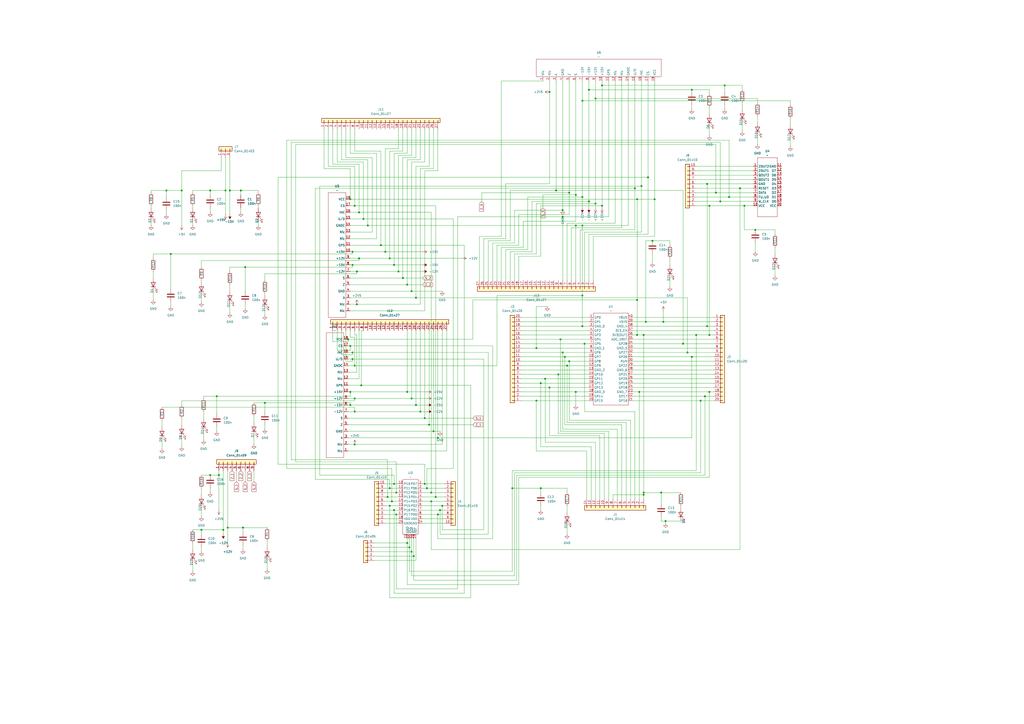
<source format=kicad_sch>
(kicad_sch (version 20231120) (generator "eeschema") (generator_version "8.0")
  (paper "A2")
  (junction (at 411.48 194.31))
  (junction (at 339.09 199.39))
  (junction (at 256.54 293.37))
  (junction (at 203.2 227.33))
  (junction (at 417.83 116.84))
  (junction (at 140.97 306.07))
  (junction (at 330.2 111.76))
  (junction (at 327.66 207.01))
  (junction (at 337.82 171.45))
  (junction (at 328.93 212.09))
  (junction (at 229.87 285.75))
  (junction (at 254 254))
  (junction (at 129.54 307.34))
  (junction (at 127 275.59))
  (junction (at 375.92 102.87))
  (junction (at 341.63 116.84))
  (junction (at 415.29 111.76))
  (junction (at 411.48 227.33))
  (junction (at 228.6 295.91))
  (junction (at 246.38 242.57))
  (junction (at 322.58 110.49))
  (junction (at 384.81 186.69))
  (junction (at 337.82 58.42))
  (junction (at 226.06 149.86))
  (junction (at 205.74 119.38))
  (junction (at 240.03 322.58))
  (junction (at 396.24 199.39))
  (junction (at 330.2 209.55))
  (junction (at 139.7 110.49))
  (junction (at 236.22 227.33))
  (junction (at 204.47 153.67))
  (junction (at 203.2 234.95))
  (junction (at 383.54 285.75))
  (junction (at 250.19 290.83))
  (junction (at 252.73 288.29))
  (junction (at 248.92 246.38))
  (junction (at 326.39 121.92))
  (junction (at 386.08 302.26))
  (junction (at 233.68 161.29))
  (junction (at 311.15 201.93))
  (junction (at 368.3 109.22))
  (junction (at 341.63 52.07))
  (junction (at 238.76 231.14))
  (junction (at 220.98 142.24))
  (junction (at 422.91 114.3))
  (junction (at 349.25 119.38))
  (junction (at 318.77 53.34))
  (junction (at 411.48 119.38))
  (junction (at 349.25 49.53))
  (junction (at 431.8 119.38))
  (junction (at 204.47 208.28))
  (junction (at 226.06 283.21))
  (junction (at 237.49 317.5))
  (junction (at 236.22 165.1))
  (junction (at 297.18 283.21))
  (junction (at 105.41 110.49))
  (junction (at 403.86 194.31))
  (junction (at 125.73 229.87))
  (junction (at 229.87 298.45))
  (junction (at 204.47 204.47))
  (junction (at 205.74 238.76))
  (junction (at 132.08 306.07))
  (junction (at 208.28 123.19))
  (junction (at 241.3 172.72))
  (junction (at 207.01 176.53))
  (junction (at 318.77 224.79))
  (junction (at 325.12 196.85))
  (junction (at 223.52 146.05))
  (junction (at 323.85 217.17))
  (junction (at 205.74 212.09))
  (junction (at 373.38 287.02))
  (junction (at 429.26 109.22))
  (junction (at 241.3 234.95))
  (junction (at 410.21 106.68))
  (junction (at 398.78 204.47))
  (junction (at 251.46 250.19))
  (junction (at 373.38 285.75))
  (junction (at 213.36 130.81))
  (junction (at 205.74 257.81))
  (junction (at 369.57 194.31))
  (junction (at 369.57 173.99))
  (junction (at 226.06 293.37))
  (junction (at 96.52 110.49))
  (junction (at 370.84 227.33))
  (junction (at 250.19 285.75))
  (junction (at 224.79 288.29))
  (junction (at 334.01 227.33))
  (junction (at 379.73 115.57))
  (junction (at 246.38 280.67))
  (junction (at 133.35 110.49))
  (junction (at 201.93 196.85))
  (junction (at 121.92 275.59))
  (junction (at 243.84 238.76))
  (junction (at 227.33 290.83))
  (junction (at 410.21 189.23))
  (junction (at 203.2 200.66))
  (junction (at 334.01 113.03))
  (junction (at 374.65 186.69))
  (junction (at 337.82 114.3))
  (junction (at 205.74 231.14))
  (junction (at 334.01 130.81))
  (junction (at 369.57 115.57))
  (junction (at 130.81 110.49))
  (junction (at 406.4 232.41))
  (junction (at 345.44 118.11))
  (junction (at 316.23 219.71))
  (junction (at 121.92 110.49))
  (junction (at 209.55 223.52))
  (junction (at 254 298.45))
  (junction (at 236.22 314.96))
  (junction (at 438.15 133.35))
  (junction (at 337.82 130.81))
  (junction (at 401.32 52.07))
  (junction (at 153.67 233.68))
  (junction (at 373.38 194.31))
  (junction (at 337.82 189.23))
  (junction (at 313.69 283.21))
  (junction (at 142.24 154.94))
  (junction (at 401.32 207.01))
  (junction (at 210.82 127))
  (junction (at 203.2 115.57))
  (junction (at 247.65 283.21))
  (junction (at 326.39 125.73))
  (junction (at 99.06 147.32))
  (junction (at 255.27 295.91))
  (junction (at 204.47 146.05))
  (junction (at 372.11 107.95))
  (junction (at 311.15 232.41))
  (junction (at 378.46 139.7))
  (junction (at 208.28 149.86))
  (junction (at 313.69 222.25))
  (junction (at 228.6 280.67))
  (junction (at 408.94 229.87))
  (junction (at 238.76 168.91))
  (junction (at 345.44 57.15))
  (junction (at 231.14 157.48))
  (junction (at 326.39 204.47))
  (junction (at 238.76 320.04))
  (junction (at 420.37 49.53))
  (junction (at 228.6 153.67))
  (junction (at 116.84 307.34))
  (junction (at 207.01 157.48))
  (wire (pts (xy 372.11 107.95) (xy 372.11 134.62)))
  (wire (pts (xy 154.94 313.69) (xy 154.94 317.5)))
  (wire (pts (xy 254 254) (xy 401.32 254)))
  (wire (pts (xy 203.2 97.79) (xy 203.2 115.57)))
  (wire (pts (xy 255.27 309.88) (xy 255.27 295.91)))
  (wire (pts (xy 369.57 173.99) (xy 274.32 173.99)))
  (wire (pts (xy 201.93 208.28) (xy 204.47 208.28)))
  (wire (pts (xy 341.63 120.65) (xy 341.63 116.84)))
  (wire (pts (xy 226.06 278.13) (xy 226.06 283.21)))
  (wire (pts (xy 99.06 147.32) (xy 88.9 147.32)))
  (wire (pts (xy 226.06 283.21) (xy 231.14 283.21)))
  (wire (pts (xy 356.87 46.99) (xy 356.87 129.54)))
  (wire (pts (xy 308.61 116.84) (xy 341.63 116.84)))
  (wire (pts (xy 384.81 186.69) (xy 414.02 186.69)))
  (wire (pts (xy 369.57 194.31) (xy 373.38 194.31)))
  (wire (pts (xy 302.26 229.87) (xy 341.63 229.87)))
  (wire (pts (xy 368.3 133.35) (xy 336.55 133.35)))
  (wire (pts (xy 238.76 90.17) (xy 238.76 74.93)))
  (wire (pts (xy 388.62 139.7) (xy 388.62 142.24)))
  (wire (pts (xy 226.06 87.63) (xy 233.68 87.63)))
  (wire (pts (xy 302.26 224.79) (xy 318.77 224.79)))
  (wire (pts (xy 205.74 238.76) (xy 243.84 238.76)))
  (wire (pts (xy 334.01 227.33) (xy 341.63 227.33)))
  (wire (pts (xy 417.83 116.84) (xy 417.83 82.55)))
  (wire (pts (xy 105.41 254) (xy 105.41 259.08)))
  (wire (pts (xy 398.78 172.72) (xy 398.78 204.47)))
  (wire (pts (xy 250.19 290.83) (xy 250.19 318.77)))
  (wire (pts (xy 378.46 139.7) (xy 388.62 139.7)))
  (wire (pts (xy 330.2 124.46) (xy 300.99 124.46)))
  (wire (pts (xy 311.15 232.41) (xy 311.15 261.62)))
  (wire (pts (xy 374.65 139.7) (xy 378.46 139.7)))
  (wire (pts (xy 204.47 153.67) (xy 204.47 154.94)))
  (wire (pts (xy 302.26 207.01) (xy 327.66 207.01)))
  (wire (pts (xy 302.26 184.15) (xy 341.63 184.15)))
  (wire (pts (xy 210.82 127) (xy 203.2 127)))
  (wire (pts (xy 248.92 191.77) (xy 248.92 246.38)))
  (wire (pts (xy 368.3 109.22) (xy 182.88 109.22)))
  (wire (pts (xy 302.26 201.93) (xy 311.15 201.93)))
  (wire (pts (xy 297.18 331.47) (xy 297.18 283.21)))
  (wire (pts (xy 223.52 298.45) (xy 229.87 298.45)))
  (wire (pts (xy 295.91 110.49) (xy 295.91 139.7)))
  (wire (pts (xy 250.19 123.19) (xy 250.19 285.75)))
  (wire (pts (xy 439.42 67.31) (xy 439.42 71.12)))
  (wire (pts (xy 431.8 133.35) (xy 438.15 133.35)))
  (wire (pts (xy 368.3 109.22) (xy 368.3 133.35)))
  (wire (pts (xy 369.57 194.31) (xy 369.57 173.99)))
  (wire (pts (xy 313.69 283.21) (xy 297.18 283.21)))
  (wire (pts (xy 438.15 140.97) (xy 438.15 146.05)))
  (wire (pts (xy 193.04 198.12) (xy 201.93 198.12)))
  (wire (pts (xy 297.18 273.05) (xy 403.86 273.05)))
  (wire (pts (xy 355.6 289.56) (xy 355.6 287.02)))
  (wire (pts (xy 132.08 306.07) (xy 132.08 314.96)))
  (wire (pts (xy 265.43 125.73) (xy 265.43 341.63)))
  (wire (pts (xy 323.85 217.17) (xy 341.63 217.17)))
  (wire (pts (xy 411.48 227.33) (xy 411.48 276.86)))
  (wire (pts (xy 322.58 110.49) (xy 396.24 110.49)))
  (wire (pts (xy 203.2 153.67) (xy 204.47 153.67)))
  (wire (pts (xy 367.03 186.69) (xy 374.65 186.69)))
  (wire (pts (xy 149.86 110.49) (xy 149.86 111.76)))
  (wire (pts (xy 367.03 212.09) (xy 414.02 212.09)))
  (wire (pts (xy 229.87 285.75) (xy 231.14 285.75)))
  (wire (pts (xy 429.26 109.22) (xy 429.26 318.77)))
  (wire (pts (xy 449.58 133.35) (xy 449.58 135.89)))
  (wire (pts (xy 205.74 257.81) (xy 256.54 257.81)))
  (wire (pts (xy 302.26 212.09) (xy 328.93 212.09)))
  (wire (pts (xy 411.48 227.33) (xy 414.02 227.33)))
  (wire (pts (xy 133.35 110.49) (xy 139.7 110.49)))
  (wire (pts (xy 325.12 250.19) (xy 325.12 196.85)))
  (wire (pts (xy 233.68 91.44) (xy 233.68 161.29)))
  (wire (pts (xy 337.82 130.81) (xy 337.82 171.45)))
  (wire (pts (xy 265.43 125.73) (xy 326.39 125.73)))
  (wire (pts (xy 311.15 201.93) (xy 341.63 201.93)))
  (wire (pts (xy 203.2 115.57) (xy 369.57 115.57)))
  (wire (pts (xy 406.4 232.41) (xy 414.02 232.41)))
  (wire (pts (xy 375.92 102.87) (xy 161.29 102.87)))
  (wire (pts (xy 231.14 90.17) (xy 238.76 90.17)))
  (wire (pts (xy 245.11 295.91) (xy 255.27 295.91)))
  (wire (pts (xy 256.54 191.77) (xy 256.54 257.81)))
  (wire (pts (xy 254 74.93) (xy 254 99.06)))
  (wire (pts (xy 318.77 46.99) (xy 318.77 53.34)))
  (wire (pts (xy 300.99 148.59) (xy 300.99 162.56)))
  (wire (pts (xy 328.93 129.54) (xy 328.93 162.56)))
  (wire (pts (xy 269.24 344.17) (xy 228.6 344.17)))
  (wire (pts (xy 203.2 234.95) (xy 203.2 233.68)))
  (wire (pts (xy 217.17 325.12) (xy 241.3 325.12)))
  (wire (pts (xy 111.76 326.39) (xy 111.76 331.47)))
  (wire (pts (xy 205.74 119.38) (xy 252.73 119.38)))
  (wire (pts (xy 326.39 125.73) (xy 326.39 162.56)))
  (wire (pts (xy 364.49 46.99) (xy 364.49 130.81)))
  (wire (pts (xy 182.88 278.13) (xy 226.06 278.13)))
  (wire (pts (xy 243.84 97.79) (xy 251.46 97.79)))
  (wire (pts (xy 403.86 194.31) (xy 411.48 194.31)))
  (wire (pts (xy 238.76 93.98) (xy 238.76 168.91)))
  (wire (pts (xy 339.09 199.39) (xy 339.09 238.76)))
  (wire (pts (xy 255.27 295.91) (xy 257.81 295.91)))
  (wire (pts (xy 246.38 280.67) (xy 257.81 280.67)))
  (wire (pts (xy 236.22 227.33) (xy 247.65 227.33)))
  (wire (pts (xy 302.26 186.69) (xy 341.63 186.69)))
  (wire (pts (xy 205.74 195.58) (xy 205.74 212.09)))
  (wire (pts (xy 295.91 146.05) (xy 295.91 162.56)))
  (wire (pts (xy 204.47 205.74) (xy 204.47 204.47)))
  (wire (pts (xy 209.55 223.52) (xy 273.05 223.52)))
  (wire (pts (xy 128.27 91.44) (xy 128.27 99.06)))
  (wire (pts (xy 439.42 78.74) (xy 439.42 83.82)))
  (wire (pts (xy 367.03 201.93) (xy 414.02 201.93)))
  (wire (pts (xy 132.08 273.05) (xy 132.08 306.07)))
  (wire (pts (xy 328.93 304.8) (xy 328.93 309.88)))
  (wire (pts (xy 210.82 93.98) (xy 195.58 93.98)))
  (wire (pts (xy 226.06 293.37) (xy 231.14 293.37)))
  (wire (pts (xy 201.93 196.85) (xy 274.32 196.85)))
  (wire (pts (xy 207.01 158.75) (xy 153.67 158.75)))
  (wire (pts (xy 420.37 49.53) (xy 430.53 49.53)))
  (wire (pts (xy 325.12 196.85) (xy 341.63 196.85)))
  (wire (pts (xy 401.32 207.01) (xy 414.02 207.01)))
  (wire (pts (xy 93.98 255.27) (xy 93.98 260.35)))
  (wire (pts (xy 245.11 298.45) (xy 254 298.45)))
  (wire (pts (xy 302.26 232.41) (xy 311.15 232.41)))
  (wire (pts (xy 269.24 142.24) (xy 269.24 344.17)))
  (wire (pts (xy 168.91 266.7) (xy 224.79 266.7)))
  (wire (pts (xy 298.45 274.32) (xy 406.4 274.32)))
  (wire (pts (xy 241.3 191.77) (xy 241.3 234.95)))
  (wire (pts (xy 240.03 336.55) (xy 299.72 336.55)))
  (wire (pts (xy 337.82 114.3) (xy 337.82 120.65)))
  (wire (pts (xy 218.44 88.9) (xy 203.2 88.9)))
  (wire (pts (xy 383.54 299.72) (xy 383.54 302.26)))
  (wire (pts (xy 238.76 231.14) (xy 247.65 231.14)))
  (wire (pts (xy 298.45 334.01) (xy 298.45 274.32)))
  (wire (pts (xy 187.96 97.79) (xy 187.96 74.93)))
  (wire (pts (xy 208.28 95.25) (xy 193.04 95.25)))
  (wire (pts (xy 245.11 288.29) (xy 252.73 288.29)))
  (wire (pts (xy 339.09 199.39) (xy 341.63 199.39)))
  (wire (pts (xy 237.49 317.5) (xy 237.49 331.47)))
  (wire (pts (xy 205.74 236.22) (xy 205.74 238.76)))
  (wire (pts (xy 147.32 273.05) (xy 147.32 279.4)))
  (wire (pts (xy 280.67 307.34) (xy 256.54 307.34)))
  (wire (pts (xy 203.2 227.33) (xy 201.93 227.33)))
  (wire (pts (xy 311.15 201.93) (xy 311.15 177.8)))
  (wire (pts (xy 350.52 289.56) (xy 350.52 251.46)))
  (wire (pts (xy 306.07 114.3) (xy 306.07 144.78)))
  (wire (pts (xy 313.69 283.21) (xy 313.69 285.75)))
  (wire (pts (xy 223.52 303.53) (xy 231.14 303.53)))
  (wire (pts (xy 205.74 194.31) (xy 207.01 194.31)))
  (wire (pts (xy 125.73 247.65) (xy 125.73 250.19)))
  (wire (pts (xy 205.74 231.14) (xy 238.76 231.14)))
  (wire (pts (xy 139.7 120.65) (xy 139.7 123.19)))
  (wire (pts (xy 369.57 115.57) (xy 369.57 173.99)))
  (wire (pts (xy 231.14 157.48) (xy 245.11 157.48)))
  (wire (pts (xy 105.41 99.06) (xy 105.41 110.49)))
  (wire (pts (xy 246.38 269.24) (xy 246.38 280.67)))
  (wire (pts (xy 283.21 139.7) (xy 283.21 162.56)))
  (wire (pts (xy 331.47 132.08) (xy 331.47 162.56)))
  (wire (pts (xy 299.72 336.55) (xy 299.72 275.59)))
  (wire (pts (xy 208.28 219.71) (xy 201.93 219.71)))
  (wire (pts (xy 223.52 290.83) (xy 227.33 290.83)))
  (wire (pts (xy 297.18 283.21) (xy 297.18 273.05)))
  (wire (pts (xy 236.22 165.1) (xy 245.11 165.1)))
  (wire (pts (xy 411.48 194.31) (xy 414.02 194.31)))
  (wire (pts (xy 207.01 215.9) (xy 201.93 215.9)))
  (wire (pts (xy 203.2 234.95) (xy 241.3 234.95)))
  (wire (pts (xy 118.11 250.19) (xy 118.11 255.27)))
  (wire (pts (xy 410.21 106.68) (xy 410.21 189.23)))
  (wire (pts (xy 337.82 189.23) (xy 341.63 189.23)))
  (wire (pts (xy 116.84 307.34) (xy 129.54 307.34)))
  (wire (pts (xy 311.15 118.11) (xy 345.44 118.11)))
  (wire (pts (xy 302.26 199.39) (xy 339.09 199.39)))
  (wire (pts (xy 368.3 46.99) (xy 368.3 109.22)))
  (wire (pts (xy 132.08 306.07) (xy 140.97 306.07)))
  (wire (pts (xy 241.3 312.42) (xy 241.3 325.12)))
  (wire (pts (xy 308.61 116.84) (xy 308.61 146.05)))
  (wire (pts (xy 265.43 341.63) (xy 229.87 341.63)))
  (wire (pts (xy 334.01 130.81) (xy 334.01 162.56)))
  (wire (pts (xy 88.9 168.91) (xy 88.9 173.99)))
  (wire (pts (xy 133.35 91.44) (xy 133.35 110.49)))
  (wire (pts (xy 195.58 203.2) (xy 203.2 203.2)))
  (wire (pts (xy 201.93 212.09) (xy 205.74 212.09)))
  (wire (pts (xy 403.86 273.05) (xy 403.86 194.31)))
  (wire (pts (xy 429.26 318.77) (xy 250.19 318.77)))
  (wire (pts (xy 246.38 99.06) (xy 246.38 180.34)))
  (wire (pts (xy 203.2 146.05) (xy 204.47 146.05)))
  (wire (pts (xy 171.45 83.82) (xy 171.45 267.97)))
  (wire (pts (xy 218.44 88.9) (xy 218.44 138.43)))
  (wire (pts (xy 367.03 194.31) (xy 369.57 194.31)))
  (wire (pts (xy 96.52 110.49) (xy 105.41 110.49)))
  (wire (pts (xy 245.11 280.67) (xy 246.38 280.67)))
  (wire (pts (xy 147.32 233.68) (xy 153.67 233.68)))
  (wire (pts (xy 215.9 91.44) (xy 200.66 91.44)))
  (wire (pts (xy 365.76 243.84) (xy 330.2 243.84)))
  (wire (pts (xy 337.82 58.42) (xy 337.82 114.3)))
  (wire (pts (xy 327.66 207.01) (xy 327.66 246.38)))
  (wire (pts (xy 279.4 116.84) (xy 279.4 111.76)))
  (wire (pts (xy 142.24 273.05) (xy 142.24 279.4)))
  (wire (pts (xy 403.86 111.76) (xy 415.29 111.76)))
  (wire (pts (xy 314.96 113.03) (xy 334.01 113.03)))
  (wire (pts (xy 205.74 87.63) (xy 205.74 74.93)))
  (wire (pts (xy 246.38 93.98) (xy 246.38 74.93)))
  (wire (pts (xy 378.46 147.32) (xy 378.46 152.4)))
  (wire (pts (xy 203.2 200.66) (xy 285.75 200.66)))
  (wire (pts (xy 345.44 57.15) (xy 345.44 118.11)))
  (wire (pts (xy 429.26 109.22) (xy 436.88 109.22)))
  (wire (pts (xy 379.73 115.57) (xy 379.73 137.16)))
  (wire (pts (xy 223.52 293.37) (xy 226.06 293.37)))
  (wire (pts (xy 411.48 119.38) (xy 431.8 119.38)))
  (wire (pts (xy 347.98 289.56) (xy 347.98 252.73)))
  (wire (pts (xy 403.86 114.3) (xy 422.91 114.3)))
  (wire (pts (xy 337.82 58.42) (xy 458.47 58.42)))
  (wire (pts (xy 210.82 191.77) (xy 209.55 191.77)))
  (wire (pts (xy 344.17 137.16) (xy 344.17 162.56)))
  (wire (pts (xy 379.73 137.16) (xy 344.17 137.16)))
  (wire (pts (xy 139.7 110.49) (xy 139.7 113.03)))
  (wire (pts (xy 201.93 196.85) (xy 201.93 198.12)))
  (wire (pts (xy 337.82 171.45) (xy 337.82 189.23)))
  (wire (pts (xy 207.01 176.53) (xy 243.84 176.53)))
  (wire (pts (xy 121.92 110.49) (xy 111.76 110.49)))
  (wire (pts (xy 373.38 285.75) (xy 383.54 285.75)))
  (wire (pts (xy 368.3 289.56) (xy 368.3 238.76)))
  (wire (pts (xy 226.06 87.63) (xy 226.06 149.86)))
  (wire (pts (xy 360.68 246.38) (xy 327.66 246.38)))
  (wire (pts (xy 201.93 223.52) (xy 209.55 223.52)))
  (wire (pts (xy 203.2 227.33) (xy 236.22 227.33)))
  (wire (pts (xy 430.53 59.69) (xy 430.53 63.5)))
  (wire (pts (xy 195.58 191.77) (xy 195.58 203.2)))
  (wire (pts (xy 118.11 231.14) (xy 118.11 229.87)))
  (wire (pts (xy 449.58 154.94) (xy 449.58 160.02)))
  (wire (pts (xy 372.11 107.95) (xy 372.11 46.99)))
  (wire (pts (xy 213.36 92.71) (xy 198.12 92.71)))
  (wire (pts (xy 245.11 283.21) (xy 247.65 283.21)))
  (wire (pts (xy 262.89 271.78) (xy 247.65 271.78)))
  (wire (pts (xy 201.93 246.38) (xy 248.92 246.38)))
  (wire (pts (xy 311.15 118.11) (xy 311.15 147.32)))
  (wire (pts (xy 229.87 298.45) (xy 229.87 341.63)))
  (wire (pts (xy 302.26 222.25) (xy 313.69 222.25)))
  (wire (pts (xy 431.8 119.38) (xy 431.8 133.35)))
  (wire (pts (xy 229.87 267.97) (xy 229.87 285.75)))
  (wire (pts (xy 374.65 186.69) (xy 384.81 186.69)))
  (wire (pts (xy 105.41 232.41) (xy 105.41 234.95)))
  (wire (pts (xy 288.29 171.45) (xy 337.82 171.45)))
  (wire (pts (xy 374.65 186.69) (xy 374.65 139.7)))
  (wire (pts (xy 341.63 52.07) (xy 341.63 116.84)))
  (wire (pts (xy 228.6 88.9) (xy 228.6 153.67)))
  (wire (pts (xy 203.2 233.68) (xy 153.67 233.68)))
  (wire (pts (xy 226.06 149.86) (xy 267.97 149.86)))
  (wire (pts (xy 370.84 227.33) (xy 411.48 227.33)))
  (wire (pts (xy 111.76 128.27) (xy 111.76 130.81)))
  (wire (pts (xy 127 275.59) (xy 127 295.91)))
  (wire (pts (xy 327.66 207.01) (xy 341.63 207.01)))
  (wire (pts (xy 303.53 143.51) (xy 290.83 143.51)))
  (wire (pts (xy 137.16 273.05) (xy 137.16 279.4)))
  (wire (pts (xy 410.21 189.23) (xy 414.02 189.23)))
  (wire (pts (xy 342.9 259.08) (xy 313.69 259.08)))
  (wire (pts (xy 220.98 87.63) (xy 220.98 142.24)))
  (wire (pts (xy 88.9 147.32) (xy 88.9 149.86)))
  (wire (pts (xy 401.32 254) (xy 401.32 207.01)))
  (wire (pts (xy 254 312.42) (xy 254 298.45)))
  (wire (pts (xy 203.2 203.2) (xy 203.2 200.66)))
  (wire (pts (xy 368.3 238.76) (xy 339.09 238.76)))
  (wire (pts (xy 411.48 119.38) (xy 411.48 194.31)))
  (wire (pts (xy 252.73 119.38) (xy 252.73 288.29)))
  (wire (pts (xy 204.47 146.05) (xy 223.52 146.05)))
  (wire (pts (xy 207.01 157.48) (xy 231.14 157.48)))
  (wire (pts (xy 238.76 93.98) (xy 246.38 93.98)))
  (wire (pts (xy 116.84 275.59) (xy 121.92 275.59)))
  (wire (pts (xy 336.55 133.35) (xy 336.55 162.56)))
  (wire (pts (xy 237.49 331.47) (xy 297.18 331.47)))
  (wire (pts (xy 208.28 151.13) (xy 116.84 151.13)))
  (wire (pts (xy 241.3 91.44) (xy 241.3 74.93)))
  (wire (pts (xy 328.93 283.21) (xy 328.93 285.75)))
  (wire (pts (xy 204.47 147.32) (xy 99.06 147.32)))
  (wire (pts (xy 213.36 92.71) (xy 213.36 130.81)))
  (wire (pts (xy 279.4 111.76) (xy 330.2 111.76)))
  (wire (pts (xy 215.9 134.62) (xy 203.2 134.62)))
  (wire (pts (xy 401.32 52.07) (xy 411.48 52.07)))
  (wire (pts (xy 345.44 46.99) (xy 345.44 57.15)))
  (wire (pts (xy 288.29 212.09) (xy 288.29 171.45)))
  (wire (pts (xy 207.01 176.53) (xy 203.2 176.53)))
  (wire (pts (xy 326.39 46.99) (xy 326.39 121.92)))
  (wire (pts (xy 246.38 242.57) (xy 274.32 242.57)))
  (wire (pts (xy 388.62 161.29) (xy 388.62 166.37)))
  (wire (pts (xy 133.35 165.1) (xy 133.35 168.91)))
  (wire (pts (xy 383.54 285.75) (xy 394.97 285.75)))
  (wire (pts (xy 140.97 316.23) (xy 140.97 318.77)))
  (wire (pts (xy 273.05 223.52) (xy 273.05 346.71)))
  (wire (pts (xy 313.69 293.37) (xy 313.69 295.91)))
  (wire (pts (xy 403.86 116.84) (xy 417.83 116.84)))
  (wire (pts (xy 224.79 266.7) (xy 224.79 288.29)))
  (wire (pts (xy 223.52 283.21) (xy 226.06 283.21)))
  (wire (pts (xy 403.86 119.38) (xy 411.48 119.38)))
  (wire (pts (xy 337.82 46.99) (xy 337.82 58.42)))
  (wire (pts (xy 341.63 135.89) (xy 341.63 162.56)))
  (wire (pts (xy 396.24 110.49) (xy 396.24 199.39)))
  (wire (pts (xy 228.6 280.67) (xy 231.14 280.67)))
  (wire (pts (xy 360.68 132.08) (xy 360.68 46.99)))
  (wire (pts (xy 236.22 88.9) (xy 236.22 74.93)))
  (wire (pts (xy 133.35 154.94) (xy 142.24 154.94)))
  (wire (pts (xy 201.93 254) (xy 254 254)))
  (wire (pts (xy 198.12 205.74) (xy 204.47 205.74)))
  (wire (pts (xy 223.52 300.99) (xy 231.14 300.99)))
  (wire (pts (xy 318.77 106.68) (xy 293.37 106.68)))
  (wire (pts (xy 228.6 344.17) (xy 228.6 295.91)))
  (wire (pts (xy 326.39 121.92) (xy 298.45 121.92)))
  (wire (pts (xy 345.44 57.15) (xy 439.42 57.15)))
  (wire (pts (xy 203.2 172.72) (xy 241.3 172.72)))
  (wire (pts (xy 208.28 95.25) (xy 208.28 123.19)))
  (wire (pts (xy 318.77 224.79) (xy 318.77 252.73)))
  (wire (pts (xy 236.22 312.42) (xy 236.22 314.96)))
  (wire (pts (xy 330.2 111.76) (xy 330.2 46.99)))
  (wire (pts (xy 238.76 191.77) (xy 238.76 231.14)))
  (wire (pts (xy 140.97 306.07) (xy 154.94 306.07)))
  (wire (pts (xy 334.01 128.27) (xy 334.01 113.03)))
  (wire (pts (xy 330.2 243.84) (xy 330.2 209.55)))
  (wire (pts (xy 364.49 130.81) (xy 337.82 130.81)))
  (wire (pts (xy 322.58 110.49) (xy 295.91 110.49)))
  (wire (pts (xy 121.92 275.59) (xy 127 275.59)))
  (wire (pts (xy 233.68 87.63) (xy 233.68 74.93)))
  (wire (pts (xy 142.24 154.94) (xy 142.24 168.91)))
  (wire (pts (xy 93.98 243.84) (xy 93.98 247.65)))
  (wire (pts (xy 367.03 189.23) (xy 410.21 189.23)))
  (wire (pts (xy 430.53 71.12) (xy 430.53 76.2)))
  (wire (pts (xy 128.27 99.06) (xy 105.41 99.06)))
  (wire (pts (xy 415.29 83.82) (xy 415.29 111.76)))
  (wire (pts (xy 243.84 97.79) (xy 243.84 176.53)))
  (wire (pts (xy 87.63 110.49) (xy 96.52 110.49)))
  (wire (pts (xy 288.29 142.24) (xy 288.29 162.56)))
  (wire (pts (xy 280.67 138.43) (xy 280.67 162.56)))
  (wire (pts (xy 121.92 120.65) (xy 121.92 123.19)))
  (wire (pts (xy 302.26 209.55) (xy 330.2 209.55)))
  (wire (pts (xy 311.15 177.8) (xy 317.5 177.8)))
  (wire (pts (xy 313.69 283.21) (xy 328.93 283.21)))
  (wire (pts (xy 88.9 157.48) (xy 88.9 161.29)))
  (wire (pts (xy 349.25 119.38) (xy 349.25 120.65)))
  (wire (pts (xy 205.74 96.52) (xy 190.5 96.52)))
  (wire (pts (xy 116.84 171.45) (xy 116.84 175.26)))
  (wire (pts (xy 201.93 200.66) (xy 203.2 200.66)))
  (wire (pts (xy 431.8 119.38) (xy 436.88 119.38)))
  (wire (pts (xy 166.37 81.28) (xy 166.37 271.78)))
  (wire (pts (xy 406.4 274.32) (xy 406.4 232.41)))
  (wire (pts (xy 96.52 121.92) (xy 96.52 124.46)))
  (wire (pts (xy 245.11 300.99) (xy 257.81 300.99)))
  (wire (pts (xy 245.11 303.53) (xy 257.81 303.53)))
  (wire (pts (xy 367.03 229.87) (xy 408.94 229.87)))
  (wire (pts (xy 313.69 119.38) (xy 349.25 119.38)))
  (wire (pts (xy 341.63 46.99) (xy 341.63 52.07)))
  (wire (pts (xy 111.76 110.49) (xy 111.76 111.76)))
  (wire (pts (xy 207.01 194.31) (xy 207.01 215.9)))
  (wire (pts (xy 118.11 229.87) (xy 125.73 229.87)))
  (wire (pts (xy 316.23 219.71) (xy 341.63 219.71)))
  (wire (pts (xy 133.35 176.53) (xy 133.35 181.61)))
  (wire (pts (xy 238.76 334.01) (xy 298.45 334.01)))
  (wire (pts (xy 153.67 158.75) (xy 153.67 162.56)))
  (wire (pts (xy 250.19 285.75) (xy 257.81 285.75)))
  (wire (pts (xy 415.29 83.82) (xy 171.45 83.82)))
  (wire (pts (xy 356.87 129.54) (xy 328.93 129.54)))
  (wire (pts (xy 127 273.05) (xy 127 275.59)))
  (wire (pts (xy 283.21 204.47) (xy 283.21 309.88)))
  (wire (pts (xy 326.39 204.47) (xy 326.39 248.92)))
  (wire (pts (xy 205.74 212.09) (xy 288.29 212.09)))
  (wire (pts (xy 302.26 189.23) (xy 337.82 189.23)))
  (wire (pts (xy 379.73 115.57) (xy 369.57 115.57)))
  (wire (pts (xy 153.67 233.68) (xy 153.67 238.76)))
  (wire (pts (xy 408.94 229.87) (xy 414.02 229.87)))
  (wire (pts (xy 318.77 53.34) (xy 318.77 106.68)))
  (wire (pts (xy 251.46 74.93) (xy 251.46 97.79)))
  (wire (pts (xy 96.52 114.3) (xy 96.52 110.49)))
  (wire (pts (xy 154.94 325.12) (xy 154.94 330.2)))
  (wire (pts (xy 367.03 191.77) (xy 414.02 191.77)))
  (wire (pts (xy 449.58 143.51) (xy 449.58 147.32)))
  (wire (pts (xy 205.74 231.14) (xy 205.74 232.41)))
  (wire (pts (xy 408.94 275.59) (xy 408.94 229.87)))
  (wire (pts (xy 201.93 204.47) (xy 204.47 204.47)))
  (wire (pts (xy 302.26 204.47) (xy 326.39 204.47)))
  (wire (pts (xy 240.03 312.42) (xy 240.03 322.58)))
  (wire (pts (xy 340.36 289.56) (xy 340.36 261.62)))
  (wire (pts (xy 337.82 114.3) (xy 306.07 114.3)))
  (wire (pts (xy 245.11 285.75) (xy 250.19 285.75)))
  (wire (pts (xy 345.44 118.11) (xy 345.44 120.65)))
  (wire (pts (xy 241.3 172.72) (xy 398.78 172.72)))
  (wire (pts (xy 166.37 271.78) (xy 227.33 271.78)))
  (wire (pts (xy 342.9 289.56) (xy 342.9 259.08)))
  (wire (pts (xy 283.21 309.88) (xy 255.27 309.88)))
  (wire (pts (xy 130.81 91.44) (xy 130.81 110.49)))
  (wire (pts (xy 401.32 60.96) (xy 401.32 63.5)))
  (wire (pts (xy 403.86 101.6) (xy 436.88 101.6)))
  (wire (pts (xy 250.19 290.83) (xy 257.81 290.83)))
  (wire (pts (xy 394.97 293.37) (xy 394.97 294.64)))
  (wire (pts (xy 121.92 283.21) (xy 121.92 285.75)))
  (wire (pts (xy 403.86 99.06) (xy 436.88 99.06)))
  (wire (pts (xy 300.99 339.09) (xy 300.99 276.86)))
  (wire (pts (xy 353.06 289.56) (xy 353.06 250.19)))
  (wire (pts (xy 345.44 289.56) (xy 345.44 256.54)))
  (wire (pts (xy 208.28 219.71) (xy 208.28 191.77)))
  (wire (pts (xy 314.96 120.65) (xy 314.96 113.03)))
  (wire (pts (xy 302.26 191.77) (xy 341.63 191.77)))
  (wire (pts (xy 403.86 96.52) (xy 436.88 96.52)))
  (wire (pts (xy 350.52 251.46) (xy 323.85 251.46)))
  (wire (pts (xy 203.2 88.9) (xy 203.2 74.93)))
  (wire (pts (xy 228.6 275.59) (xy 228.6 280.67)))
  (wire (pts (xy 223.52 280.67) (xy 228.6 280.67)))
  (wire (pts (xy 458.47 58.42) (xy 458.47 60.96)))
  (wire (pts (xy 358.14 289.56) (xy 358.14 248.92)))
  (wire (pts (xy 153.67 246.38) (xy 153.67 248.92)))
  (wire (pts (xy 411.48 62.23) (xy 411.48 66.04)))
  (wire (pts (xy 241.3 96.52) (xy 241.3 172.72)))
  (wire (pts (xy 111.76 119.38) (xy 111.76 120.65)))
  (wire (pts (xy 248.92 96.52) (xy 248.92 74.93)))
  (wire (pts (xy 133.35 154.94) (xy 133.35 157.48)))
  (wire (pts (xy 203.2 165.1) (xy 236.22 165.1)))
  (wire (pts (xy 355.6 287.02) (xy 373.38 287.02)))
  (wire (pts (xy 193.04 191.77) (xy 193.04 198.12)))
  (wire (pts (xy 367.03 227.33) (xy 370.84 227.33)))
  (wire (pts (xy 313.69 119.38) (xy 313.69 148.59)))
  (wire (pts (xy 303.53 128.27) (xy 334.01 128.27)))
  (wire (pts (xy 149.86 128.27) (xy 149.86 130.81)))
  (wire (pts (xy 367.03 219.71) (xy 414.02 219.71)))
  (wire (pts (xy 201.93 242.57) (xy 246.38 242.57)))
  (wire (pts (xy 140.97 306.07) (xy 140.97 308.61)))
  (wire (pts (xy 415.29 111.76) (xy 436.88 111.76)))
  (wire (pts (xy 161.29 102.87) (xy 161.29 269.24)))
  (wire (pts (xy 290.83 137.16) (xy 278.13 137.16)))
  (wire (pts (xy 256.54 293.37) (xy 257.81 293.37)))
  (wire (pts (xy 243.84 191.77) (xy 243.84 238.76)))
  (wire (pts (xy 231.14 90.17) (xy 231.14 157.48)))
  (wire (pts (xy 375.92 135.89) (xy 341.63 135.89)))
  (wire (pts (xy 133.35 110.49) (xy 133.35 124.46)))
  (wire (pts (xy 280.67 208.28) (xy 280.67 307.34)))
  (wire (pts (xy 228.6 295.91) (xy 231.14 295.91)))
  (wire (pts (xy 217.17 322.58) (xy 240.03 322.58)))
  (wire (pts (xy 116.84 283.21) (xy 116.84 287.02)))
  (wire (pts (xy 306.07 144.78) (xy 293.37 144.78)))
  (wire (pts (xy 217.17 317.5) (xy 237.49 317.5)))
  (wire (pts (xy 190.5 96.52) (xy 190.5 74.93)))
  (wire (pts (xy 330.2 209.55) (xy 341.63 209.55)))
  (wire (pts (xy 328.93 212.09) (xy 341.63 212.09)))
  (wire (pts (xy 349.25 46.99) (xy 349.25 49.53)))
  (wire (pts (xy 365.76 289.56) (xy 365.76 243.84)))
  (wire (pts (xy 417.83 82.55) (xy 168.91 82.55)))
  (wire (pts (xy 99.06 147.32) (xy 99.06 167.64)))
  (wire (pts (xy 201.93 238.76) (xy 205.74 238.76)))
  (wire (pts (xy 208.28 149.86) (xy 208.28 151.13)))
  (wire (pts (xy 223.52 86.36) (xy 231.14 86.36)))
  (wire (pts (xy 147.32 241.3) (xy 147.32 245.11)))
  (wire (pts (xy 302.26 227.33) (xy 334.01 227.33)))
  (wire (pts (xy 87.63 110.49) (xy 87.63 111.76)))
  (wire (pts (xy 205.74 232.41) (xy 105.41 232.41)))
  (wire (pts (xy 208.28 123.19) (xy 250.19 123.19)))
  (wire (pts (xy 251.46 250.19) (xy 255.27 250.19)))
  (wire (pts (xy 129.54 309.88) (xy 129.54 307.34)))
  (wire (pts (xy 87.63 128.27) (xy 87.63 130.81)))
  (wire (pts (xy 129.54 273.05) (xy 129.54 307.34)))
  (wire (pts (xy 116.84 162.56) (xy 116.84 163.83)))
  (wire (pts (xy 341.63 52.07) (xy 401.32 52.07)))
  (wire (pts (xy 223.52 86.36) (xy 223.52 146.05)))
  (wire (pts (xy 298.45 140.97) (xy 285.75 140.97)))
  (wire (pts (xy 302.26 214.63) (xy 341.63 214.63)))
  (wire (pts (xy 153.67 170.18) (xy 153.67 171.45)))
  (wire (pts (xy 105.41 110.49) (xy 105.41 130.81)))
  (wire (pts (xy 322.58 46.99) (xy 322.58 110.49)))
  (wire (pts (xy 203.2 149.86) (xy 208.28 149.86)))
  (wire (pts (xy 396.24 199.39) (xy 414.02 199.39)))
  (wire (pts (xy 204.47 204.47) (xy 283.21 204.47)))
  (wire (pts (xy 168.91 82.55) (xy 168.91 266.7)))
  (wire (pts (xy 308.61 146.05) (xy 295.91 146.05)))
  (wire (pts (xy 438.15 133.35) (xy 449.58 133.35)))
  (wire (pts (xy 273.05 346.71) (xy 226.06 346.71)))
  (wire (pts (xy 125.73 229.87) (xy 125.73 240.03)))
  (wire (pts (xy 185.42 107.95) (xy 185.42 275.59)))
  (wire (pts (xy 228.6 153.67) (xy 245.11 153.67)))
  (wire (pts (xy 153.67 179.07) (xy 153.67 182.88)))
  (wire (pts (xy 203.2 229.87) (xy 125.73 229.87)))
  (wire (pts (xy 208.28 149.86) (xy 226.06 149.86)))
  (wire (pts (xy 243.84 238.76) (xy 247.65 238.76)))
  (wire (pts (xy 420.37 60.96) (xy 420.37 63.5)))
  (wire (pts (xy 246.38 180.34) (xy 203.2 180.34)))
  (wire (pts (xy 347.98 252.73) (xy 318.77 252.73)))
  (wire (pts (xy 300.99 276.86) (xy 411.48 276.86)))
  (wire (pts (xy 410.21 106.68) (xy 436.88 106.68)))
  (wire (pts (xy 367.03 204.47) (xy 398.78 204.47)))
  (wire (pts (xy 398.78 204.47) (xy 414.02 204.47)))
  (wire (pts (xy 420.37 53.34) (xy 420.37 49.53)))
  (wire (pts (xy 236.22 92.71) (xy 236.22 165.1)))
  (wire (pts (xy 367.03 209.55) (xy 414.02 209.55)))
  (wire (pts (xy 384.81 180.34) (xy 384.81 186.69)))
  (wire (pts (xy 293.37 144.78) (xy 293.37 162.56)))
  (wire (pts (xy 139.7 110.49) (xy 149.86 110.49)))
  (wire (pts (xy 353.06 46.99) (xy 353.06 125.73)))
  (wire (pts (xy 318.77 224.79) (xy 341.63 224.79)))
  (wire (pts (xy 203.2 161.29) (xy 233.68 161.29)))
  (wire (pts (xy 300.99 124.46) (xy 300.99 142.24)))
  (wire (pts (xy 220.98 87.63) (xy 205.74 87.63)))
  (wire (pts (xy 93.98 236.22) (xy 205.74 236.22)))
  (wire (pts (xy 302.26 217.17) (xy 323.85 217.17)))
  (wire (pts (xy 118.11 238.76) (xy 118.11 242.57)))
  (wire (pts (xy 328.93 212.09) (xy 328.93 245.11)))
  (wire (pts (xy 334.01 46.99) (xy 334.01 113.03)))
  (wire (pts (xy 254 191.77) (xy 254 254)))
  (wire (pts (xy 218.44 138.43) (xy 203.2 138.43)))
  (wire (pts (xy 205.74 191.77) (xy 205.74 194.31)))
  (wire (pts (xy 116.84 294.64) (xy 116.84 299.72)))
  (wire (pts (xy 349.25 49.53) (xy 349.25 119.38)))
  (wire (pts (xy 358.14 248.92) (xy 326.39 248.92)))
  (wire (pts (xy 227.33 290.83) (xy 231.14 290.83)))
  (wire (pts (xy 231.14 86.36) (xy 231.14 74.93)))
  (wire (pts (xy 233.68 161.29) (xy 245.11 161.29)))
  (wire (pts (xy 185.42 275.59) (xy 228.6 275.59)))
  (wire (pts (xy 401.32 53.34) (xy 401.32 52.07)))
  (wire (pts (xy 236.22 191.77) (xy 236.22 227.33)))
  (wire (pts (xy 246.38 191.77) (xy 246.38 242.57)))
  (wire (pts (xy 236.22 92.71) (xy 243.84 92.71)))
  (wire (pts (xy 302.26 219.71) (xy 316.23 219.71)))
  (wire (pts (xy 386.08 302.26) (xy 394.97 302.26)))
  (wire (pts (xy 367.03 214.63) (xy 414.02 214.63)))
  (wire (pts (xy 111.76 307.34) (xy 116.84 307.34)))
  (wire (pts (xy 200.66 91.44) (xy 200.66 74.93)))
  (wire (pts (xy 360.68 289.56) (xy 360.68 246.38)))
  (wire (pts (xy 205.74 96.52) (xy 205.74 119.38)))
  (wire (pts (xy 205.74 257.81) (xy 201.93 257.81)))
  (wire (pts (xy 149.86 119.38) (xy 149.86 120.65)))
  (wire (pts (xy 195.58 93.98) (xy 195.58 74.93)))
  (wire (pts (xy 303.53 128.27) (xy 303.53 143.51)))
  (wire (pts (xy 285.75 200.66) (xy 285.75 312.42)))
  (wire (pts (xy 238.76 312.42) (xy 238.76 320.04)))
  (wire (pts (xy 375.92 102.87) (xy 375.92 135.89)))
  (wire (pts (xy 240.03 322.58) (xy 240.03 336.55)))
  (wire (pts (xy 201.93 234.95) (xy 203.2 234.95)))
  (wire (pts (xy 142.24 176.53) (xy 142.24 179.07)))
  (wire (pts (xy 334.01 227.33) (xy 334.01 234.95)))
  (wire (pts (xy 254 298.45) (xy 257.81 298.45)))
  (wire (pts (xy 241.3 96.52) (xy 248.92 96.52)))
  (wire (pts (xy 198.12 92.71) (xy 198.12 74.93)))
  (wire (pts (xy 121.92 110.49) (xy 121.92 113.03)))
  (wire (pts (xy 207.01 158.75) (xy 207.01 157.48)))
  (wire (pts (xy 233.68 91.44) (xy 241.3 91.44)))
  (wire (pts (xy 203.2 130.81) (xy 213.36 130.81)))
  (wire (pts (xy 203.2 119.38) (xy 205.74 119.38)))
  (wire (pts (xy 217.17 314.96) (xy 236.22 314.96)))
  (wire (pts (xy 251.46 191.77) (xy 251.46 250.19)))
  (wire (pts (xy 111.76 314.96) (xy 111.76 318.77)))
  (wire (pts (xy 302.26 194.31) (xy 341.63 194.31)))
  (wire (pts (xy 300.99 142.24) (xy 288.29 142.24)))
  (wire (pts (xy 411.48 52.07) (xy 411.48 54.61)))
  (wire (pts (xy 367.03 217.17) (xy 414.02 217.17)))
  (wire (pts (xy 323.85 217.17) (xy 323.85 251.46)))
  (wire (pts (xy 386.08 303.53) (xy 386.08 302.26)))
  (wire (pts (xy 204.47 208.28) (xy 280.67 208.28)))
  (wire (pts (xy 372.11 134.62) (xy 339.09 134.62)))
  (wire (pts (xy 228.6 88.9) (xy 236.22 88.9)))
  (wire (pts (xy 367.03 196.85) (xy 414.02 196.85)))
  (wire (pts (xy 285.75 140.97) (xy 285.75 162.56)))
  (wire (pts (xy 223.52 295.91) (xy 228.6 295.91)))
  (wire (pts (xy 339.09 134.62) (xy 339.09 162.56)))
  (wire (pts (xy 220.98 142.24) (xy 269.24 142.24)))
  (wire (pts (xy 290.83 46.99) (xy 290.83 137.16)))
  (wire (pts (xy 290.83 143.51) (xy 290.83 162.56)))
  (wire (pts (xy 367.03 224.79) (xy 414.02 224.79)))
  (wire (pts (xy 274.32 173.99) (xy 274.32 196.85)))
  (wire (pts (xy 116.84 317.5) (xy 116.84 320.04)))
  (wire (pts (xy 147.32 252.73) (xy 147.32 257.81)))
  (wire (pts (xy 210.82 93.98) (xy 210.82 127)))
  (wire (pts (xy 334.01 130.81) (xy 337.82 130.81)))
  (wire (pts (xy 224.79 288.29) (xy 231.14 288.29)))
  (wire (pts (xy 223.52 146.05) (xy 245.11 146.05)))
  (wire (pts (xy 226.06 346.71) (xy 226.06 293.37)))
  (wire (pts (xy 252.73 288.29) (xy 257.81 288.29)))
  (wire (pts (xy 241.3 234.95) (xy 247.65 234.95)))
  (wire (pts (xy 99.06 175.26) (xy 99.06 177.8)))
  (wire (pts (xy 237.49 312.42) (xy 237.49 317.5)))
  (wire (pts (xy 161.29 269.24) (xy 246.38 269.24)))
  (wire (pts (xy 285.75 312.42) (xy 254 312.42)))
  (wire (pts (xy 254 99.06) (xy 246.38 99.06)))
  (wire (pts (xy 422.91 114.3) (xy 422.91 81.28)))
  (wire (pts (xy 121.92 110.49) (xy 130.81 110.49)))
  (wire (pts (xy 328.93 293.37) (xy 328.93 297.18)))
  (wire (pts (xy 201.93 261.62) (xy 259.08 261.62)))
  (wire (pts (xy 363.22 289.56) (xy 363.22 245.11)))
  (wire (pts (xy 247.65 271.78) (xy 247.65 283.21)))
  (wire (pts (xy 217.17 320.04) (xy 238.76 320.04)))
  (wire (pts (xy 388.62 149.86) (xy 388.62 153.67)))
  (wire (pts (xy 326.39 125.73) (xy 353.06 125.73)))
  (wire (pts (xy 247.65 283.21) (xy 257.81 283.21)))
  (wire (pts (xy 213.36 130.81) (xy 334.01 130.81)))
  (wire (pts (xy 223.52 285.75) (xy 229.87 285.75)))
  (wire (pts (xy 204.47 153.67) (xy 228.6 153.67)))
  (wire (pts (xy 403.86 104.14) (xy 436.88 104.14)))
  (wire (pts (xy 245.11 290.83) (xy 250.19 290.83)))
  (wire (pts (xy 372.11 107.95) (xy 185.42 107.95)))
  (wire (pts (xy 245.11 293.37) (xy 256.54 293.37)))
  (wire (pts (xy 262.89 127) (xy 210.82 127)))
  (wire (pts (xy 200.66 209.55) (xy 204.47 209.55)))
  (wire (pts (xy 201.93 250.19) (xy 251.46 250.19)))
  (wire (pts (xy 182.88 109.22) (xy 182.88 278.13)))
  (wire (pts (xy 373.38 194.31) (xy 403.86 194.31)))
  (wire (pts (xy 298.45 147.32) (xy 298.45 162.56)))
  (wire (pts (xy 243.84 92.71) (xy 243.84 74.93)))
  (wire (pts (xy 171.45 267.97) (xy 229.87 267.97)))
  (wire (pts (xy 430.53 49.53) (xy 430.53 52.07)))
  (wire (pts (xy 227.33 271.78) (xy 227.33 290.83)))
  (wire (pts (xy 363.22 245.11) (xy 328.93 245.11)))
  (wire (pts (xy 330.2 111.76) (xy 330.2 124.46)))
  (wire (pts (xy 313.69 222.25) (xy 313.69 259.08)))
  (wire (pts (xy 116.84 151.13) (xy 116.84 154.94)))
  (wire (pts (xy 458.47 80.01) (xy 458.47 85.09)))
  (wire (pts (xy 130.81 110.49) (xy 130.81 124.46)))
  (wire (pts (xy 203.2 168.91) (xy 238.76 168.91)))
  (wire (pts (xy 200.66 191.77) (xy 200.66 209.55)))
  (wire (pts (xy 116.84 307.34) (xy 116.84 309.88)))
  (wire (pts (xy 238.76 320.04) (xy 238.76 334.01)))
  (wire (pts (xy 203.2 157.48) (xy 207.01 157.48)))
  (wire (pts (xy 373.38 285.75) (xy 373.38 287.02)))
  (wire (pts (xy 293.37 106.68) (xy 293.37 138.43)))
  (wire (pts (xy 311.15 147.32) (xy 298.45 147.32)))
  (wire (pts (xy 383.54 302.26) (xy 386.08 302.26)))
  (wire (pts (xy 256.54 307.34) (xy 256.54 293.37)))
  (wire (pts (xy 383.54 285.75) (xy 383.54 292.1)))
  (wire (pts (xy 370.84 227.33) (xy 370.84 289.56)))
  (wire (pts (xy 367.03 207.01) (xy 401.32 207.01)))
  (wire (pts (xy 417.83 116.84) (xy 436.88 116.84)))
  (wire (pts (xy 311.15 232.41) (xy 341.63 232.41)))
  (wire (pts (xy 422.91 81.28) (xy 166.37 81.28)))
  (wire (pts (xy 248.92 246.38) (xy 274.32 246.38)))
  (wire (pts (xy 458.47 68.58) (xy 458.47 72.39)))
  (wire (pts (xy 403.86 109.22) (xy 429.26 109.22)))
  (wire (pts (xy 302.26 196.85) (xy 325.12 196.85)))
  (wire (pts (xy 367.03 184.15) (xy 414.02 184.15)))
  (wire (pts (xy 259.08 191.77) (xy 259.08 261.62)))
  (wire (pts (xy 201.93 231.14) (xy 205.74 231.14)))
  (wire (pts (xy 373.38 287.02) (xy 373.38 289.56)))
  (wire (pts (xy 204.47 208.28) (xy 204.47 209.55)))
  (wire (pts (xy 203.2 123.19) (xy 208.28 123.19)))
  (wire (pts (xy 340.36 261.62) (xy 311.15 261.62)))
  (wire (pts (xy 353.06 250.19) (xy 325.12 250.19)))
  (wire (pts (xy 375.92 46.99) (xy 375.92 102.87)))
  (wire (pts (xy 203.2 227.33) (xy 203.2 229.87)))
  (wire (pts (xy 203.2 191.77) (xy 203.2 195.58)))
  (wire (pts (xy 203.2 97.79) (xy 187.96 97.79)))
  (wire (pts (xy 345.44 256.54) (xy 316.23 256.54)))
  (wire (pts (xy 299.72 275.59) (xy 408.94 275.59)))
  (wire (pts (xy 367.03 222.25) (xy 414.02 222.25)))
  (wire (pts (xy 198.12 191.77) (xy 198.12 205.74)))
  (wire (pts (xy 403.86 106.68) (xy 410.21 106.68)))
  (wire (pts (xy 360.68 132.08) (xy 331.47 132.08)))
  (wire (pts (xy 203.2 142.24) (xy 220.98 142.24)))
  (wire (pts (xy 316.23 219.71) (xy 316.23 256.54)))
  (wire (pts (xy 236.22 339.09) (xy 300.99 339.09)))
  (wire (pts (xy 223.52 288.29) (xy 224.79 288.29)))
  (wire (pts (xy 278.13 137.16) (xy 278.13 162.56)))
  (wire (pts (xy 313.69 148.59) (xy 300.99 148.59)))
  (wire (pts (xy 349.25 49.53) (xy 420.37 49.53)))
  (wire (pts (xy 367.03 232.41) (xy 406.4 232.41)))
  (wire (pts (xy 262.89 127) (xy 262.89 271.78)))
  (wire (pts (xy 411.48 73.66) (xy 411.48 78.74)))
  (wire (pts (xy 209.55 191.77) (xy 209.55 223.52)))
  (wire (pts (xy 379.73 46.99) (xy 379.73 115.57)))
  (wire (pts (xy 87.63 119.38) (xy 87.63 120.65)))
  (wire (pts (xy 105.41 242.57) (xy 105.41 246.38)))
  (wire (pts (xy 229.87 298.45) (xy 231.14 298.45)))
  (wire (pts (xy 203.2 195.58) (xy 205.74 195.58)))
  (wire (pts (xy 293.37 138.43) (xy 280.67 138.43)))
  (wire (pts (xy 326.39 204.47) (xy 341.63 204.47)))
  (wire (pts (xy 422.91 114.3) (xy 436.88 114.3)))
  (wire (pts (xy 236.22 314.96) (xy 236.22 339.09)))
  (wire (pts (xy 204.47 147.32) (xy 204.47 146.05)))
  (wire (pts (xy 373.38 194.31) (xy 373.38 285.75)))
  (wire (pts (xy 193.04 74.93) (xy 193.04 95.25)))
  (wire (pts (xy 215.9 91.44) (xy 215.9 134.62)))
  (wire (pts (xy 238.76 168.91) (xy 256.54 168.91)))
  (wire (pts (xy 295.91 139.7) (xy 283.21 139.7)))
  (wire (pts (xy 204.47 154.94) (xy 142.24 154.94)))
  (wire (pts (xy 313.69 222.25) (xy 341.63 222.25)))
  (wire (pts (xy 439.42 57.15) (xy 439.42 59.69)))
  (wire (pts (xy 367.03 199.39) (xy 396.24 199.39)))
  (wire (pts (xy 298.45 121.92) (xy 298.45 140.97)))
  (wire (pts (xy 314.96 46.99) (xy 290.83 46.99)))
  (global_label "S_1" (shape input) (at 137.16 279.4 270) (property "Intersheetrefs" "${INTERSHEET_REFS}" (effects (hide yes))))
  (global_label "Z_2" (shape input) (at 139.7 273.05 270) (property "Intersheetrefs" "${INTERSHEET_REFS}" (effects (hide yes))))
  (global_label "Z_3" (shape input) (at 144.78 273.05 270) (property "Intersheetrefs" "${INTERSHEET_REFS}" (effects (hide yes))))
  (global_label "Z_2" (shape input) (at 245.11 165.1 0) (property "Intersheetrefs" "${INTERSHEET_REFS}" (effects (hide yes))))
  (global_label "S_1" (shape input) (at 274.32 242.57 0) (property "Intersheetrefs" "${INTERSHEET_REFS}" (effects (hide yes))))
  (global_label "S_2" (shape input) (at 142.24 279.4 270) (property "Intersheetrefs" "${INTERSHEET_REFS}" (effects (hide yes))))
  (global_label "S_3" (shape input) (at 314.96 120.65 270) (property "Intersheetrefs" "${INTERSHEET_REFS}" (effects (hide yes))))
  (global_label "S_2" (shape input) (at 245.11 161.29 0) (property "Intersheetrefs" "${INTERSHEET_REFS}" (effects (hide yes))))
  (global_label "Z_1" (shape input) (at 274.32 246.38 0) (property "Intersheetrefs" "${INTERSHEET_REFS}" (effects (hide yes))))
  (global_label "Z_1" (shape input) (at 134.62 273.05 270) (property "Intersheetrefs" "${INTERSHEET_REFS}" (effects (hide yes))))
  (global_label "S_3" (shape input) (at 147.32 279.4 270) (property "Intersheetrefs" "${INTERSHEET_REFS}" (effects (hide yes))))
  (global_label "Z_3" (shape input) (at 279.4 116.84 270) (property "Intersheetrefs" "${INTERSHEET_REFS}" (effects (hide yes))))
  (symbol (lib_id "1_moja_biblioteka:płytka") (at 331.47 40.64 0) (unit 1)
    (property "Reference" "U6" (at 347.345 30.48 0))
    (property "Value" "~" (at 347.345 33.02 0))
    (property "Footprint" "moja_pierwsza_biblioteka:płytka" (effects (hide yes)))
  )
  (symbol (lib_id "Device:R") (at 149.86 115.57 180) (unit 1)
    (property "Reference" "R6" (at 149.86 115.57 90))
    (property "Value" "R" (effects (hide yes)))
    (property "Footprint" "Resistor_SMD:R_1206_3216Metric_Pad1.30x1.75mm_HandSolder" (effects (hide yes)))
    (property "Description" "Resistor" (effects (hide yes)))
  )
  (symbol (lib_id "Device:R") (at 116.84 279.4 180) (unit 1)
    (property "Reference" "R19" (at 116.84 279.4 90))
    (property "Value" "R" (effects (hide yes)))
    (property "Footprint" "Resistor_SMD:R_1206_3216Metric_Pad1.30x1.75mm_HandSolder" (effects (hide yes)))
    (property "Description" "Resistor" (effects (hide yes)))
  )
  (symbol (lib_id "power:-15V") (at 245.11 153.67 270) (unit 1)
    (property "Reference" "#PWR011" (effects (hide yes)))
    (property "Value" "-15V" (at 248.92 153.6699 90) (effects (justify left)))
    (property "Description" "Power symbol creates a global label with name \"-15V\"" (effects (hide yes)))
  )
  (symbol (lib_id "power:GND") (at 438.15 146.05 0) (unit 1)
    (property "Reference" "#PWR026" (effects (hide yes)))
    (property "Value" "GND" (at 438.15 151.13 0))
    (property "Description" "Power symbol creates a global label with name \"GND\" , ground" (effects (hide yes)))
  )
  (symbol (lib_id "LED:IR26-21C_L110_TR8") (at 153.67 175.26 90) (unit 1)
    (property "Reference" "D13" (at 152.908 178.816 0))
    (property "Value" "IR26-21C_L110_TR8" (effects (hide yes)))
    (property "Footprint" "LED_SMD:LED_1206_3216Metric" (effects (hide yes)))
    (property "Datasheet" "http://www.everlight.com/file/ProductFile/IR26-21C-L110-TR8.pdf" (effects (hide yes)))
    (property "Description" "940nm, 20 deg, Infrared LED, 1206" (effects (hide yes)))
  )
  (symbol (lib_id "power:GND") (at 96.52 124.46 0) (unit 1)
    (property "Reference" "#PWR042" (effects (hide yes)))
    (property "Value" "GND" (at 96.52 129.54 0))
    (property "Description" "Power symbol creates a global label with name \"GND\" , ground" (effects (hide yes)))
  )
  (symbol (lib_id "power:GND") (at 401.32 63.5 0) (unit 1)
    (property "Reference" "#PWR027" (effects (hide yes)))
    (property "Value" "GND" (at 401.32 68.58 0))
    (property "Description" "Power symbol creates a global label with name \"GND\" , ground" (effects (hide yes)))
  )
  (symbol (lib_id "power:GND") (at 111.76 130.81 0) (unit 1)
    (property "Reference" "#PWR038" (effects (hide yes)))
    (property "Value" "GND" (at 111.76 135.89 0))
    (property "Description" "Power symbol creates a global label with name \"GND\" , ground" (effects (hide yes)))
  )
  (symbol (lib_id "LED:IR26-21C_L110_TR8") (at 149.86 124.46 90) (unit 1)
    (property "Reference" "D2" (at 149.098 128.016 0))
    (property "Value" "IR26-21C_L110_TR8" (effects (hide yes)))
    (property "Footprint" "LED_SMD:LED_1206_3216Metric" (effects (hide yes)))
    (property "Datasheet" "http://www.everlight.com/file/ProductFile/IR26-21C-L110-TR8.pdf" (effects (hide yes)))
    (property "Description" "940nm, 20 deg, Infrared LED, 1206" (effects (hide yes)))
  )
  (symbol (lib_id "power:-12V") (at 129.54 309.88 180) (unit 1)
    (property "Reference" "#PWR013" (effects (hide yes)))
    (property "Value" "-12V" (at 129.54 314.96 0))
    (property "Description" "Power symbol creates a global label with name \"-12V\"" (effects (hide yes)))
  )
  (symbol (lib_id "power:-12V") (at 247.65 238.76 270) (unit 1)
    (property "Reference" "#PWR07" (effects (hide yes)))
    (property "Value" "-12V" (at 251.46 238.7599 90) (effects (justify left)))
    (property "Description" "Power symbol creates a global label with name \"-12V\"" (effects (hide yes)))
  )
  (symbol (lib_id "power:GND") (at 116.84 320.04 0) (unit 1)
    (property "Reference" "#PWR025" (effects (hide yes)))
    (property "Value" "GND" (at 116.84 325.12 0))
    (property "Description" "Power symbol creates a global label with name \"GND\" , ground" (effects (hide yes)))
  )
  (symbol (lib_id "Device:R") (at 105.41 238.76 180) (unit 1)
    (property "Reference" "R2" (at 105.41 238.76 90))
    (property "Value" "R" (effects (hide yes)))
    (property "Footprint" "Resistor_SMD:R_1206_3216Metric_Pad1.30x1.75mm_HandSolder" (effects (hide yes)))
    (property "Description" "Resistor" (effects (hide yes)))
  )
  (symbol (lib_id "power:GND") (at 458.47 85.09 0) (unit 1)
    (property "Reference" "#PWR063" (effects (hide yes)))
    (property "Value" "GND" (at 458.47 90.17 0))
    (property "Description" "Power symbol creates a global label with name \"GND\" , ground" (effects (hide yes)))
  )
  (symbol (lib_id "Device:R") (at 88.9 153.67 180) (unit 1)
    (property "Reference" "R12" (at 88.9 153.67 90))
    (property "Value" "R" (effects (hide yes)))
    (property "Footprint" "Resistor_SMD:R_1206_3216Metric_Pad1.30x1.75mm_HandSolder" (effects (hide yes)))
    (property "Description" "Resistor" (effects (hide yes)))
  )
  (symbol (lib_id "power:GND") (at 420.37 63.5 0) (unit 1)
    (property "Reference" "#PWR028" (effects (hide yes)))
    (property "Value" "GND" (at 420.37 68.58 0))
    (property "Description" "Power symbol creates a global label with name \"GND\" , ground" (effects (hide yes)))
  )
  (symbol (lib_id "power:GND") (at 386.08 303.53 0) (unit 1)
    (property "Reference" "#PWR034" (effects (hide yes)))
    (property "Value" "GND" (at 386.08 308.61 0))
    (property "Description" "Power symbol creates a global label with name \"GND\" , ground" (effects (hide yes)))
  )
  (symbol (lib_id "power:GND") (at 378.46 152.4 0) (unit 1)
    (property "Reference" "#PWR039" (effects (hide yes)))
    (property "Value" "GND" (at 378.46 157.48 0))
    (property "Description" "Power symbol creates a global label with name \"GND\" , ground" (effects (hide yes)))
  )
  (symbol (lib_id "power:-15V") (at 133.35 124.46 180) (unit 1)
    (property "Reference" "#PWR016" (effects (hide yes)))
    (property "Value" "-15V" (at 133.096 128.524 0))
    (property "Description" "Power symbol creates a global label with name \"-15V\"" (effects (hide yes)))
  )
  (symbol (lib_id "power:GND") (at 430.53 76.2 0) (unit 1)
    (property "Reference" "#PWR061" (effects (hide yes)))
    (property "Value" "GND" (at 430.53 81.28 0))
    (property "Description" "Power symbol creates a global label with name \"GND\" , ground" (effects (hide yes)))
  )
  (symbol (lib_id "Device:R") (at 87.63 115.57 180) (unit 1)
    (property "Reference" "R8" (at 87.63 115.57 90))
    (property "Value" "R" (effects (hide yes)))
    (property "Footprint" "Resistor_SMD:R_1206_3216Metric_Pad1.30x1.75mm_HandSolder" (effects (hide yes)))
    (property "Description" "Resistor" (effects (hide yes)))
  )
  (symbol (lib_id "Device:C") (at 139.7 116.84 0) (unit 1)
    (property "Reference" "C1" (at 143.51 115.5699 0) (effects (justify left)))
    (property "Value" "100n" (at 143.51 118.1099 0) (effects (justify left)))
    (property "Footprint" "Capacitor_SMD:C_1206_3216Metric_Pad1.33x1.80mm_HandSolder" (effects (hide yes)))
    (property "Description" "Unpolarized capacitor" (effects (hide yes)))
  )
  (symbol (lib_id "power:GND") (at 313.69 295.91 0) (unit 1)
    (property "Reference" "#PWR033" (effects (hide yes)))
    (property "Value" "GND" (at 313.69 300.99 0))
    (property "Description" "Power symbol creates a global label with name \"GND\" , ground" (effects (hide yes)))
  )
  (symbol (lib_id "Device:R") (at 118.11 234.95 180) (unit 1)
    (property "Reference" "R11" (at 118.11 234.95 90))
    (property "Value" "R" (effects (hide yes)))
    (property "Footprint" "Resistor_SMD:R_1206_3216Metric_Pad1.30x1.75mm_HandSolder" (effects (hide yes)))
    (property "Description" "Resistor" (effects (hide yes)))
  )
  (symbol (lib_id "power:GND") (at 88.9 173.99 0) (unit 1)
    (property "Reference" "#PWR044" (effects (hide yes)))
    (property "Value" "GND" (at 88.9 179.07 0))
    (property "Description" "Power symbol creates a global label with name \"GND\" , ground" (effects (hide yes)))
  )
  (symbol (lib_id "power:GND") (at 121.92 285.75 0) (unit 1)
    (property "Reference" "#PWR056" (effects (hide yes)))
    (property "Value" "GND" (at 121.92 290.83 0))
    (property "Description" "Power symbol creates a global label with name \"GND\" , ground" (effects (hide yes)))
  )
  (symbol (lib_id "LED:IR26-21C_L110_TR8") (at 394.97 298.45 90) (unit 1)
    (property "Reference" "D5" (at 396.24 302.26 0))
    (property "Value" "IR26-21C_L110_TR8" (effects (hide yes)))
    (property "Footprint" "LED_SMD:LED_1206_3216Metric" (effects (hide yes)))
    (property "Datasheet" "http://www.everlight.com/file/ProductFile/IR26-21C-L110-TR8.pdf" (effects (hide yes)))
    (property "Description" "940nm, 20 deg, Infrared LED, 1206" (effects (hide yes)))
  )
  (symbol (lib_id "Device:C") (at 438.15 137.16 0) (unit 1)
    (property "Reference" "C5" (at 441.96 135.8899 0) (effects (justify left)))
    (property "Value" "100n" (at 441.96 138.4299 0) (effects (justify left)))
    (property "Footprint" "Capacitor_SMD:C_1206_3216Metric_Pad1.33x1.80mm_HandSolder" (effects (hide yes)))
    (property "Description" "Unpolarized capacitor" (effects (hide yes)))
  )
  (symbol (lib_id "power:+15V") (at 245.11 146.05 270) (unit 1)
    (property "Reference" "#PWR01" (effects (hide yes)))
    (property "Value" "+15V" (at 248.92 146.0499 90) (effects (justify left)))
    (property "Description" "Power symbol creates a global label with name \"+15V\"" (effects (hide yes)))
  )
  (symbol (lib_id "Connector_Generic:Conn_01x10") (at 262.89 290.83 0) (unit 1)
    (property "Reference" "J4" (at 265.43 290.8299 0) (effects (justify left)))
    (property "Value" "Conn_01x10" (at 265.43 293.3699 0) (effects (justify left)))
    (property "Footprint" "Connector_PinHeader_2.54mm:PinHeader_1x10_P2.54mm_Vertical" (effects (hide yes)))
    (property "Description" "Generic connector, single row, 01x10, script generated (kicad-library-utils/schlib/autogen/connector/)" (effects (hide yes)))
  )
  (symbol (lib_id "power:+15V") (at 130.81 124.46 180) (unit 1)
    (property "Reference" "#PWR015" (effects (hide yes)))
    (property "Value" "+15V" (at 128.27 127.508 0))
    (property "Description" "Power symbol creates a global label with name \"+15V\"" (effects (hide yes)))
  )
  (symbol (lib_id "Device:R") (at 111.76 311.15 180) (unit 1)
    (property "Reference" "R18" (at 111.76 311.15 90))
    (property "Value" "R" (effects (hide yes)))
    (property "Footprint" "Resistor_SMD:R_1206_3216Metric_Pad1.30x1.75mm_HandSolder" (effects (hide yes)))
    (property "Description" "Resistor" (effects (hide yes)))
  )
  (symbol (lib_id "Connector_Generic:Conn_01x10") (at 218.44 293.37 180) (unit 1)
    (property "Reference" "J5" (at 218.44 274.32 0))
    (property "Value" "Conn_01x10" (at 218.44 276.86 0))
    (property "Footprint" "Connector_PinHeader_2.54mm:PinHeader_1x10_P2.54mm_Vertical" (effects (hide yes)))
    (property "Description" "Generic connector, single row, 01x10, script generated (kicad-library-utils/schlib/autogen/connector/)" (effects (hide yes)))
  )
  (symbol (lib_id "power:GND") (at 388.62 166.37 0) (unit 1)
    (property "Reference" "#PWR058" (effects (hide yes)))
    (property "Value" "GND" (at 388.62 171.45 0))
    (property "Description" "Power symbol creates a global label with name \"GND\" , ground" (effects (hide yes)))
  )
  (symbol (lib_id "LED:IR26-21C_L110_TR8") (at 87.63 124.46 90) (unit 1)
    (property "Reference" "D3" (at 86.868 128.016 0))
    (property "Value" "IR26-21C_L110_TR8" (effects (hide yes)))
    (property "Footprint" "LED_SMD:LED_1206_3216Metric" (effects (hide yes)))
    (property "Datasheet" "http://www.everlight.com/file/ProductFile/IR26-21C-L110-TR8.pdf" (effects (hide yes)))
    (property "Description" "940nm, 20 deg, Infrared LED, 1206" (effects (hide yes)))
  )
  (symbol (lib_id "Device:R") (at 147.32 237.49 180) (unit 1)
    (property "Reference" "R1" (at 147.32 237.49 90))
    (property "Value" "R" (effects (hide yes)))
    (property "Footprint" "Resistor_SMD:R_1206_3216Metric_Pad1.30x1.75mm_HandSolder" (effects (hide yes)))
    (property "Description" "Resistor" (effects (hide yes)))
  )
  (symbol (lib_id "power:GND") (at 87.63 130.81 0) (unit 1)
    (property "Reference" "#PWR041" (effects (hide yes)))
    (property "Value" "GND" (at 87.63 135.89 0))
    (property "Description" "Power symbol creates a global label with name \"GND\" , ground" (effects (hide yes)))
  )
  (symbol (lib_id "power:GND") (at 153.67 182.88 0) (unit 1)
    (property "Reference" "#PWR047" (effects (hide yes)))
    (property "Value" "GND" (at 153.67 187.96 0))
    (property "Description" "Power symbol creates a global label with name \"GND\" , ground" (effects (hide yes)))
  )
  (symbol (lib_id "Device:C") (at 153.67 242.57 0) (unit 1)
    (property "Reference" "C11" (at 157.48 241.2999 0) (effects (justify left)))
    (property "Value" "100n" (at 157.48 243.8399 0) (effects (justify left)))
    (property "Footprint" "Capacitor_SMD:C_1206_3216Metric_Pad1.33x1.80mm_HandSolder" (effects (hide yes)))
    (property "Description" "Unpolarized capacitor" (effects (hide yes)))
  )
  (symbol (lib_id "power:+2V5") (at 205.74 257.81 0) (unit 1)
    (property "Reference" "#PWR036" (effects (hide yes)))
    (property "Value" "+2V5" (at 205.74 252.73 0))
    (property "Description" "Power symbol creates a global label with name \"+2V5\"" (effects (hide yes)))
  )
  (symbol (lib_id "LED:IR26-21C_L110_TR8") (at 449.58 151.13 90) (unit 1)
    (property "Reference" "D22" (at 448.818 154.686 0))
    (property "Value" "IR26-21C_L110_TR8" (effects (hide yes)))
    (property "Footprint" "LED_SMD:LED_1206_3216Metric" (effects (hide yes)))
    (property "Datasheet" "http://www.everlight.com/file/ProductFile/IR26-21C-L110-TR8.pdf" (effects (hide yes)))
    (property "Description" "940nm, 20 deg, Infrared LED, 1206" (effects (hide yes)))
  )
  (symbol (lib_id "Device:R") (at 388.62 146.05 180) (unit 1)
    (property "Reference" "R20" (at 388.62 146.05 90))
    (property "Value" "R" (effects (hide yes)))
    (property "Footprint" "Resistor_SMD:R_1206_3216Metric_Pad1.30x1.75mm_HandSolder" (effects (hide yes)))
    (property "Description" "Resistor" (effects (hide yes)))
  )
  (symbol (lib_id "Connector_Generic:Conn_01x27") (at 311.15 167.64 270) (unit 1)
    (property "Reference" "J13" (at 311.15 171.45 90))
    (property "Value" "Conn_01x27" (at 311.15 173.99 90))
    (property "Footprint" "Connector_PinSocket_2.54mm:PinSocket_1x27_P2.54mm_Vertical" (effects (hide yes)))
    (property "Description" "Generic connector, single row, 01x27, script generated (kicad-library-utils/schlib/autogen/connector/)" (effects (hide yes)))
  )
  (symbol (lib_id "1_moja_biblioteka:raspberry_pi_pico") (at 355.6 190.5 0) (unit 1)
    (property "Reference" "U1" (at 354.33 177.8 0))
    (property "Value" "~" (at 354.33 180.34 0))
    (property "Footprint" "moja_pierwsza_biblioteka:raspberry pi pico" (effects (hide yes)))
  )
  (symbol (lib_id "Device:R") (at 411.48 58.42 180) (unit 1)
    (property "Reference" "R7" (at 411.48 58.42 90))
    (property "Value" "R" (effects (hide yes)))
    (property "Footprint" "Resistor_SMD:R_1206_3216Metric_Pad1.30x1.75mm_HandSolder" (effects (hide yes)))
    (property "Description" "Resistor" (effects (hide yes)))
  )
  (symbol (lib_id "1_moja_biblioteka:generator") (at 458.47 106.68 270) (unit 1)
    (property "Reference" "U4" (at 445.135 87.63 90))
    (property "Value" "~" (at 445.135 90.17 90))
    (property "Footprint" "moja_pierwsza_biblioteka:generator" (effects (hide yes)))
  )
  (symbol (lib_id "power:GND") (at 111.76 331.47 0) (unit 1)
    (property "Reference" "#PWR054" (effects (hide yes)))
    (property "Value" "GND" (at 111.76 336.55 0))
    (property "Description" "Power symbol creates a global label with name \"GND\" , ground" (effects (hide yes)))
  )
  (symbol (lib_id "LED:IR26-21C_L110_TR8") (at 111.76 124.46 90) (unit 1)
    (property "Reference" "D1" (at 110.998 128.016 0))
    (property "Value" "IR26-21C_L110_TR8" (effects (hide yes)))
    (property "Footprint" "LED_SMD:LED_1206_3216Metric" (effects (hide yes)))
    (property "Datasheet" "http://www.everlight.com/file/ProductFile/IR26-21C-L110-TR8.pdf" (effects (hide yes)))
    (property "Description" "940nm, 20 deg, Infrared LED, 1206" (effects (hide yes)))
  )
  (symbol (lib_id "power:GND") (at 147.32 257.81 0) (unit 1)
    (property "Reference" "#PWR049" (effects (hide yes)))
    (property "Value" "GND" (at 147.32 262.89 0))
    (property "Description" "Power symbol creates a global label with name \"GND\" , ground" (effects (hide yes)))
  )
  (symbol (lib_id "power:+12V") (at 267.97 149.86 270) (unit 1)
    (property "Reference" "#PWR05" (effects (hide yes)))
    (property "Value" "+12V" (at 271.78 149.8599 90) (effects (justify left)))
    (property "Description" "Power symbol creates a global label with name \"+12V\"" (effects (hide yes)))
  )
  (symbol (lib_id "Connector_Generic:Conn_01x05") (at 212.09 320.04 180) (unit 1)
    (property "Reference" "J6" (at 212.09 308.61 0))
    (property "Value" "Conn_01x05" (at 212.09 311.15 0))
    (property "Footprint" "Connector_PinHeader_2.54mm:PinHeader_1x05_P2.54mm_Vertical" (effects (hide yes)))
    (property "Description" "Generic connector, single row, 01x05, script generated (kicad-library-utils/schlib/autogen/connector/)" (effects (hide yes)))
  )
  (symbol (lib_id "Device:C") (at 116.84 313.69 0) (unit 1)
    (property "Reference" "C10" (at 120.65 312.4199 0) (effects (justify left)))
    (property "Value" "100n" (at 120.65 314.9599 0) (effects (justify left)))
    (property "Footprint" "Capacitor_SMD:C_1206_3216Metric_Pad1.33x1.80mm_HandSolder" (effects (hide yes)))
    (property "Description" "Unpolarized capacitor" (effects (hide yes)))
  )
  (symbol (lib_id "Device:R") (at 153.67 166.37 180) (unit 1)
    (property "Reference" "R10" (at 153.67 166.37 90))
    (property "Value" "R" (effects (hide yes)))
    (property "Footprint" "Resistor_SMD:R_1206_3216Metric_Pad1.30x1.75mm_HandSolder" (effects (hide yes)))
    (property "Description" "Resistor" (effects (hide yes)))
  )
  (symbol (lib_id "power:+12V") (at 132.08 314.96 180) (unit 1)
    (property "Reference" "#PWR014" (effects (hide yes)))
    (property "Value" "+12V" (at 132.08 320.04 0))
    (property "Description" "Power symbol creates a global label with name \"+12V\"" (effects (hide yes)))
  )
  (symbol (lib_id "power:GND") (at 99.06 177.8 0) (unit 1)
    (property "Reference" "#PWR029" (effects (hide yes)))
    (property "Value" "GND" (at 99.06 182.88 0))
    (property "Description" "Power symbol creates a global label with name \"GND\" , ground" (effects (hide yes)))
  )
  (symbol (lib_id "power:GND") (at 133.35 181.61 0) (unit 1)
    (property "Reference" "#PWR045" (effects (hide yes)))
    (property "Value" "GND" (at 133.35 186.69 0))
    (property "Description" "Power symbol creates a global label with name \"GND\" , ground" (effects (hide yes)))
  )
  (symbol (lib_id "Device:R") (at 430.53 55.88 180) (unit 1)
    (property "Reference" "R13" (at 430.53 55.88 90))
    (property "Value" "R" (effects (hide yes)))
    (property "Footprint" "Resistor_SMD:R_1206_3216Metric_Pad1.30x1.75mm_HandSolder" (effects (hide yes)))
    (property "Description" "Resistor" (effects (hide yes)))
  )
  (symbol (lib_id "LED:IR26-21C_L110_TR8") (at 88.9 165.1 90) (unit 1)
    (property "Reference" "D4" (at 88.138 168.656 0))
    (property "Value" "IR26-21C_L110_TR8" (effects (hide yes)))
    (property "Footprint" "LED_SMD:LED_1206_3216Metric" (effects (hide yes)))
    (property "Datasheet" "http://www.everlight.com/file/ProductFile/IR26-21C-L110-TR8.pdf" (effects (hide yes)))
    (property "Description" "940nm, 20 deg, Infrared LED, 1206" (effects (hide yes)))
  )
  (symbol (lib_id "power:GND") (at 153.67 248.92 0) (unit 1)
    (property "Reference" "#PWR032" (effects (hide yes)))
    (property "Value" "GND" (at 153.67 254 0))
    (property "Description" "Power symbol creates a global label with name \"GND\" , ground" (effects (hide yes)))
  )
  (symbol (lib_id "Device:C") (at 313.69 289.56 0) (unit 1)
    (property "Reference" "C12" (at 317.5 288.2899 0) (effects (justify left)))
    (property "Value" "100n" (at 317.5 290.8299 0) (effects (justify left)))
    (property "Footprint" "Capacitor_SMD:C_1206_3216Metric_Pad1.33x1.80mm_HandSolder" (effects (hide yes)))
    (property "Description" "Unpolarized capacitor" (effects (hide yes)))
  )
  (symbol (lib_id "LED:IR26-21C_L110_TR8") (at 147.32 248.92 90) (unit 1)
    (property "Reference" "D7" (at 146.558 252.476 0))
    (property "Value" "IR26-21C_L110_TR8" (effects (hide yes)))
    (property "Footprint" "LED_SMD:LED_1206_3216Metric" (effects (hide yes)))
    (property "Datasheet" "http://www.everlight.com/file/ProductFile/IR26-21C-L110-TR8.pdf" (effects (hide yes)))
    (property "Description" "940nm, 20 deg, Infrared LED, 1206" (effects (hide yes)))
  )
  (symbol (lib_id "Device:R") (at 93.98 240.03 180) (unit 1)
    (property "Reference" "R3" (at 93.98 240.03 90))
    (property "Value" "R" (effects (hide yes)))
    (property "Footprint" "Resistor_SMD:R_1206_3216Metric_Pad1.30x1.75mm_HandSolder" (effects (hide yes)))
    (property "Description" "Resistor" (effects (hide yes)))
  )
  (symbol (lib_id "power:+12V") (at 345.44 120.65 180) (unit 1)
    (property "Reference" "#PWR04" (effects (hide yes)))
    (property "Value" "+12V" (at 345.44 125.73 90))
    (property "Description" "Power symbol creates a global label with name \"+12V\"" (effects (hide yes)))
  )
  (symbol (lib_id "LED:IR26-21C_L110_TR8") (at 93.98 251.46 90) (unit 1)
    (property "Reference" "D9" (at 93.218 255.016 0))
    (property "Value" "IR26-21C_L110_TR8" (effects (hide yes)))
    (property "Footprint" "LED_SMD:LED_1206_3216Metric" (effects (hide yes)))
    (property "Datasheet" "http://www.everlight.com/file/ProductFile/IR26-21C-L110-TR8.pdf" (effects (hide yes)))
    (property "Description" "940nm, 20 deg, Infrared LED, 1206" (effects (hide yes)))
  )
  (symbol (lib_id "power:GND") (at 116.84 299.72 0) (unit 1)
    (property "Reference" "#PWR055" (effects (hide yes)))
    (property "Value" "GND" (at 116.84 304.8 0))
    (property "Description" "Power symbol creates a global label with name \"GND\" , ground" (effects (hide yes)))
  )
  (symbol (lib_id "Device:C") (at 121.92 279.4 0) (unit 1)
    (property "Reference" "C16" (at 125.73 278.1299 0) (effects (justify left)))
    (property "Value" "100n" (at 125.73 280.6699 0) (effects (justify left)))
    (property "Footprint" "Capacitor_SMD:C_1206_3216Metric_Pad1.33x1.80mm_HandSolder" (effects (hide yes)))
    (property "Description" "Unpolarized capacitor" (effects (hide yes)))
  )
  (symbol (lib_id "LED:IR26-21C_L110_TR8") (at 411.48 69.85 90) (unit 1)
    (property "Reference" "D6" (at 410.718 73.406 0))
    (property "Value" "IR26-21C_L110_TR8" (effects (hide yes)))
    (property "Footprint" "LED_SMD:LED_1206_3216Metric" (effects (hide yes)))
    (property "Datasheet" "http://www.everlight.com/file/ProductFile/IR26-21C-L110-TR8.pdf" (effects (hide yes)))
    (property "Description" "940nm, 20 deg, Infrared LED, 1206" (effects (hide yes)))
  )
  (symbol (lib_id "power:GND") (at 118.11 255.27 0) (unit 1)
    (property "Reference" "#PWR048" (effects (hide yes)))
    (property "Value" "GND" (at 118.11 260.35 0))
    (property "Description" "Power symbol creates a global label with name \"GND\" , ground" (effects (hide yes)))
  )
  (symbol (lib_id "Device:C") (at 96.52 118.11 0) (unit 1)
    (property "Reference" "C15" (at 100.33 116.8399 0) (effects (justify left)))
    (property "Value" "100n" (at 100.33 119.3799 0) (effects (justify left)))
    (property "Footprint" "Capacitor_SMD:C_1206_3216Metric_Pad1.33x1.80mm_HandSolder" (effects (hide yes)))
    (property "Description" "Unpolarized capacitor" (effects (hide yes)))
  )
  (symbol (lib_id "power:GND") (at 140.97 318.77 0) (unit 1)
    (property "Reference" "#PWR024" (effects (hide yes)))
    (property "Value" "GND" (at 140.97 323.85 0))
    (property "Description" "Power symbol creates a global label with name \"GND\" , ground" (effects (hide yes)))
  )
  (symbol (lib_id "power:GND") (at 121.92 123.19 0) (unit 1)
    (property "Reference" "#PWR018" (effects (hide yes)))
    (property "Value" "GND" (at 121.92 128.27 0))
    (property "Description" "Power symbol creates a global label with name \"GND\" , ground" (effects (hide yes)))
  )
  (symbol (lib_id "Connector_Generic:Conn_01x27") (at 226.06 186.69 90) (unit 1)
    (property "Reference" "J12" (at 226.06 180.34 90))
    (property "Value" "Conn_01x27" (at 226.06 182.88 90))
    (property "Footprint" "Connector_PinSocket_2.54mm:PinSocket_1x27_P2.54mm_Vertical" (effects (hide yes)))
    (property "Description" "Generic connector, single row, 01x27, script generated (kicad-library-utils/schlib/autogen/connector/)" (effects (hide yes)))
  )
  (symbol (lib_id "Connector_Generic:Conn_01x10") (at 398.78 109.22 180) (unit 1)
    (property "Reference" "J8" (at 398.78 90.17 0))
    (property "Value" "Conn_01x10" (at 398.78 92.71 0))
    (property "Footprint" "Connector_PinHeader_2.54mm:PinHeader_1x10_P2.54mm_Vertical" (effects (hide yes)))
    (property "Description" "Generic connector, single row, 01x10, script generated (kicad-library-utils/schlib/autogen/connector/)" (effects (hide yes)))
  )
  (symbol (lib_id "Device:R") (at 116.84 158.75 180) (unit 1)
    (property "Reference" "R9" (at 116.84 158.75 90))
    (property "Value" "R" (effects (hide yes)))
    (property "Footprint" "Resistor_SMD:R_1206_3216Metric_Pad1.30x1.75mm_HandSolder" (effects (hide yes)))
    (property "Description" "Resistor" (effects (hide yes)))
  )
  (symbol (lib_id "Connector_Generic:Conn_01x20") (at 419.1 207.01 0) (unit 1)
    (property "Reference" "J2" (at 421.64 207.0099 0) (effects (justify left)))
    (property "Value" "Conn_01x20" (at 421.64 209.5499 0) (effects (justify left)))
    (property "Footprint" "Connector_PinSocket_2.54mm:PinSocket_1x20_P2.54mm_Vertical" (effects (hide yes)))
    (property "Description" "Generic connector, single row, 01x20, script generated (kicad-library-utils/schlib/autogen/connector/)" (effects (hide yes)))
  )
  (symbol (lib_id "LED:IR26-21C_L110_TR8") (at 116.84 290.83 90) (unit 1)
    (property "Reference" "D20" (at 116.078 294.386 0))
    (property "Value" "IR26-21C_L110_TR8" (effects (hide yes)))
    (property "Footprint" "LED_SMD:LED_1206_3216Metric" (effects (hide yes)))
    (property "Datasheet" "http://www.everlight.com/file/ProductFile/IR26-21C-L110-TR8.pdf" (effects (hide yes)))
    (property "Description" "940nm, 20 deg, Infrared LED, 1206" (effects (hide yes)))
  )
  (symbol (lib_id "power:+5V") (at 105.41 130.81 180) (unit 1)
    (property "Reference" "#PWR043" (effects (hide yes)))
    (property "Value" "+5V" (at 105.41 135.89 0))
    (property "Description" "Power symbol creates a global label with name \"+5V\"" (effects (hide yes)))
  )
  (symbol (lib_id "power:GND") (at 317.5 177.8 0) (unit 1)
    (property "Reference" "#PWR022" (effects (hide yes)))
    (property "Value" "GND" (at 317.5 182.88 0))
    (property "Description" "Power symbol creates a global label with name \"GND\" , ground" (effects (hide yes)))
  )
  (symbol (lib_id "LED:IR26-21C_L110_TR8") (at 430.53 67.31 90) (unit 1)
    (property "Reference" "D15" (at 429.768 70.866 0))
    (property "Value" "IR26-21C_L110_TR8" (effects (hide yes)))
    (property "Footprint" "LED_SMD:LED_1206_3216Metric" (effects (hide yes)))
    (property "Datasheet" "http://www.everlight.com/file/ProductFile/IR26-21C-L110-TR8.pdf" (effects (hide yes)))
    (property "Description" "940nm, 20 deg, Infrared LED, 1206" (effects (hide yes)))
  )
  (symbol (lib_id "power:+15V") (at 247.65 227.33 270) (unit 1)
    (property "Reference" "#PWR02" (effects (hide yes)))
    (property "Value" "+15V" (at 251.46 227.3299 90) (effects (justify left)))
    (property "Description" "Power symbol creates a global label with name \"+15V\"" (effects (hide yes)))
  )
  (symbol (lib_id "LED:IR26-21C_L110_TR8") (at 133.35 172.72 90) (unit 1)
    (property "Reference" "D11" (at 132.588 176.276 0))
    (property "Value" "IR26-21C_L110_TR8" (effects (hide yes)))
    (property "Footprint" "LED_SMD:LED_1206_3216Metric" (effects (hide yes)))
    (property "Datasheet" "http://www.everlight.com/file/ProductFile/IR26-21C-L110-TR8.pdf" (effects (hide yes)))
    (property "Description" "940nm, 20 deg, Infrared LED, 1206" (effects (hide yes)))
  )
  (symbol (lib_id "Connector_Generic:Conn_01x27") (at 220.98 69.85 90) (unit 1)
    (property "Reference" "J11" (at 220.98 63.5 90))
    (property "Value" "Conn_01x27" (at 220.98 66.04 90))
    (property "Footprint" "Connector_PinSocket_2.54mm:PinSocket_1x27_P2.54mm_Vertical" (effects (hide yes)))
    (property "Description" "Generic connector, single row, 01x27, script generated (kicad-library-utils/schlib/autogen/connector/)" (effects (hide yes)))
  )
  (symbol (lib_id "power:GND") (at 154.94 330.2 0) (unit 1)
    (property "Reference" "#PWR053" (effects (hide yes)))
    (property "Value" "GND" (at 154.94 335.28 0))
    (property "Description" "Power symbol creates a global label with name \"GND\" , ground" (effects (hide yes)))
  )
  (symbol (lib_id "Device:C") (at 420.37 57.15 0) (unit 1)
    (property "Reference" "C4" (at 424.18 55.8799 0) (effects (justify left)))
    (property "Value" "100n" (at 424.18 58.4199 0) (effects (justify left)))
    (property "Footprint" "Capacitor_SMD:C_1206_3216Metric_Pad1.33x1.80mm_HandSolder" (effects (hide yes)))
    (property "Description" "Unpolarized capacitor" (effects (hide yes)))
  )
  (symbol (lib_id "Device:C") (at 99.06 171.45 0) (unit 1)
    (property "Reference" "C7" (at 102.87 170.1799 0) (effects (justify left)))
    (property "Value" "100n" (at 102.87 172.7199 0) (effects (justify left)))
    (property "Footprint" "Capacitor_SMD:C_1206_3216Metric_Pad1.33x1.80mm_HandSolder" (effects (hide yes)))
    (property "Description" "Unpolarized capacitor" (effects (hide yes)))
  )
  (symbol (lib_id "Device:C") (at 383.54 295.91 0) (unit 1)
    (property "Reference" "C13" (at 387.35 294.6399 0) (effects (justify left)))
    (property "Value" "100n" (at 387.35 297.1799 0) (effects (justify left)))
    (property "Footprint" "Capacitor_SMD:C_1206_3216Metric_Pad1.33x1.80mm_HandSolder" (effects (hide yes)))
    (property "Description" "Unpolarized capacitor" (effects (hide yes)))
  )
  (symbol (lib_id "Device:C") (at 378.46 143.51 0) (unit 1)
    (property "Reference" "C14" (at 382.27 142.2399 0) (effects (justify left)))
    (property "Value" "100n" (at 382.27 144.7799 0) (effects (justify left)))
    (property "Footprint" "Capacitor_SMD:C_1206_3216Metric_Pad1.33x1.80mm_HandSolder" (effects (hide yes)))
    (property "Description" "Unpolarized capacitor" (effects (hide yes)))
  )
  (symbol (lib_id "LED:IR26-21C_L110_TR8") (at 111.76 322.58 90) (unit 1)
    (property "Reference" "D19" (at 110.998 326.136 0))
    (property "Value" "IR26-21C_L110_TR8" (effects (hide yes)))
    (property "Footprint" "LED_SMD:LED_1206_3216Metric" (effects (hide yes)))
    (property "Datasheet" "http://www.everlight.com/file/ProductFile/IR26-21C-L110-TR8.pdf" (effects (hide yes)))
    (property "Description" "940nm, 20 deg, Infrared LED, 1206" (effects (hide yes)))
  )
  (symbol (lib_id "LED:IR26-21C_L110_TR8") (at 328.93 300.99 90) (unit 1)
    (property "Reference" "D18" (at 328.168 304.546 0))
    (property "Value" "IR26-21C_L110_TR8" (effects (hide yes)))
    (property "Footprint" "LED_SMD:LED_1206_3216Metric" (effects (hide yes)))
    (property "Datasheet" "http://www.everlight.com/file/ProductFile/IR26-21C-L110-TR8.pdf" (effects (hide yes)))
    (property "Description" "940nm, 20 deg, Infrared LED, 1206" (effects (hide yes)))
  )
  (symbol (lib_id "Device:R") (at 111.76 115.57 180) (unit 1)
    (property "Reference" "R5" (at 111.76 115.57 90))
    (property "Value" "R" (effects (hide yes)))
    (property "Footprint" "Resistor_SMD:R_1206_3216Metric_Pad1.30x1.75mm_HandSolder" (effects (hide yes)))
    (property "Description" "Resistor" (effects (hide yes)))
  )
  (symbol (lib_id "power:GND") (at 139.7 123.19 0) (unit 1)
    (property "Reference" "#PWR019" (effects (hide yes)))
    (property "Value" "GND" (at 139.7 128.27 0))
    (property "Description" "Power symbol creates a global label with name \"GND\" , ground" (effects (hide yes)))
  )
  (symbol (lib_id "LED:IR26-21C_L110_TR8") (at 105.41 250.19 90) (unit 1)
    (property "Reference" "D8" (at 104.648 253.746 0))
    (property "Value" "IR26-21C_L110_TR8" (effects (hide yes)))
    (property "Footprint" "LED_SMD:LED_1206_3216Metric" (effects (hide yes)))
    (property "Datasheet" "http://www.everlight.com/file/ProductFile/IR26-21C-L110-TR8.pdf" (effects (hide yes)))
    (property "Description" "940nm, 20 deg, Infrared LED, 1206" (effects (hide yes)))
  )
  (symbol (lib_id "power:GND") (at 326.39 121.92 0) (unit 1)
    (property "Reference" "#PWR017" (effects (hide yes)))
    (property "Value" "GND" (at 326.39 128.016 90))
    (property "Description" "Power symbol creates a global label with name \"GND\" , ground" (effects (hide yes)))
  )
  (symbol (lib_id "power:+2V5") (at 127 295.91 180) (unit 1)
    (property "Reference" "#PWR052" (effects (hide yes)))
    (property "Value" "+2V5" (at 127 300.99 0))
    (property "Description" "Power symbol creates a global label with name \"+2V5\"" (effects (hide yes)))
  )
  (symbol (lib_id "Connector_Generic:Conn_01x20") (at 297.18 209.55 180) (unit 1)
    (property "Reference" "J3" (at 297.18 177.8 0))
    (property "Value" "Conn_01x20" (at 297.18 180.34 0))
    (property "Footprint" "Connector_PinSocket_2.54mm:PinSocket_1x20_P2.54mm_Vertical" (effects (hide yes)))
    (property "Description" "Generic connector, single row, 01x20, script generated (kicad-library-utils/schlib/autogen/connector/)" (effects (hide yes)))
  )
  (symbol (lib_id "power:GND") (at 93.98 260.35 0) (unit 1)
    (property "Reference" "#PWR051" (effects (hide yes)))
    (property "Value" "GND" (at 93.98 265.43 0))
    (property "Description" "Power symbol creates a global label with name \"GND\" , ground" (effects (hide yes)))
  )
  (symbol (lib_id "LED:IR26-21C_L110_TR8") (at 116.84 167.64 90) (unit 1)
    (property "Reference" "D12" (at 116.078 171.196 0))
    (property "Value" "IR26-21C_L110_TR8" (effects (hide yes)))
    (property "Footprint" "LED_SMD:LED_1206_3216Metric" (effects (hide yes)))
    (property "Datasheet" "http://www.everlight.com/file/ProductFile/IR26-21C-L110-TR8.pdf" (effects (hide yes)))
    (property "Description" "940nm, 20 deg, Infrared LED, 1206" (effects (hide yes)))
  )
  (symbol (lib_id "power:-12V") (at 337.82 120.65 180) (unit 1)
    (property "Reference" "#PWR09" (effects (hide yes)))
    (property "Value" "-12V" (at 337.82 125.73 90))
    (property "Description" "Power symbol creates a global label with name \"-12V\"" (effects (hide yes)))
  )
  (symbol (lib_id "Device:R") (at 154.94 309.88 180) (unit 1)
    (property "Reference" "R4" (at 154.94 309.88 90))
    (property "Value" "R" (effects (hide yes)))
    (property "Footprint" "Resistor_SMD:R_1206_3216Metric_Pad1.30x1.75mm_HandSolder" (effects (hide yes)))
    (property "Description" "Resistor" (effects (hide yes)))
  )
  (symbol (lib_id "LED:IR26-21C_L110_TR8") (at 439.42 74.93 90) (unit 1)
    (property "Reference" "D16" (at 438.658 78.486 0))
    (property "Value" "IR26-21C_L110_TR8" (effects (hide yes)))
    (property "Footprint" "LED_SMD:LED_1206_3216Metric" (effects (hide yes)))
    (property "Datasheet" "http://www.everlight.com/file/ProductFile/IR26-21C-L110-TR8.pdf" (effects (hide yes)))
    (property "Description" "940nm, 20 deg, Infrared LED, 1206" (effects (hide yes)))
  )
  (symbol (lib_id "Device:C") (at 401.32 57.15 0) (unit 1)
    (property "Reference" "C3" (at 405.13 55.8799 0) (effects (justify left)))
    (property "Value" "100n" (at 405.13 58.4199 0) (effects (justify left)))
    (property "Footprint" "Capacitor_SMD:C_1206_3216Metric_Pad1.33x1.80mm_HandSolder" (effects (hide yes)))
    (property "Description" "Unpolarized capacitor" (effects (hide yes)))
  )
  (symbol (lib_id "power:GND") (at 116.84 175.26 0) (unit 1)
    (property "Reference" "#PWR046" (effects (hide yes)))
    (property "Value" "GND" (at 116.84 180.34 0))
    (property "Description" "Power symbol creates a global label with name \"GND\" , ground" (effects (hide yes)))
  )
  (symbol (lib_id "1_moja_biblioteka:ekspander") (at 236.22 290.83 270) (unit 1)
    (property "Reference" "U3" (at 238.125 274.32 90))
    (property "Value" "~" (at 238.125 276.86 90))
    (property "Footprint" "moja_pierwsza_biblioteka:ekspander" (effects (hide yes)))
  )
  (symbol (lib_id "power:GND") (at 105.41 259.08 0) (unit 1)
    (property "Reference" "#PWR050" (effects (hide yes)))
    (property "Value" "GND" (at 105.41 264.16 0))
    (property "Description" "Power symbol creates a global label with name \"GND\" , ground" (effects (hide yes)))
  )
  (symbol (lib_id "power:-12V") (at 245.11 157.48 270) (unit 1)
    (property "Reference" "#PWR08" (effects (hide yes)))
    (property "Value" "-12V" (at 248.92 157.4799 90) (effects (justify left)))
    (property "Description" "Power symbol creates a global label with name \"-12V\"" (effects (hide yes)))
  )
  (symbol (lib_id "LED:IR26-21C_L110_TR8") (at 458.47 76.2 90) (unit 1)
    (property "Reference" "D17" (at 457.708 79.756 0))
    (property "Value" "IR26-21C_L110_TR8" (effects (hide yes)))
    (property "Footprint" "LED_SMD:LED_1206_3216Metric" (effects (hide yes)))
    (property "Datasheet" "http://www.everlight.com/file/ProductFile/IR26-21C-L110-TR8.pdf" (effects (hide yes)))
    (property "Description" "940nm, 20 deg, Infrared LED, 1206" (effects (hide yes)))
  )
  (symbol (lib_id "LED:IR26-21C_L110_TR8") (at 388.62 157.48 90) (unit 1)
    (property "Reference" "D21" (at 387.858 161.036 0))
    (property "Value" "IR26-21C_L110_TR8" (effects (hide yes)))
    (property "Footprint" "LED_SMD:LED_1206_3216Metric" (effects (hide yes)))
    (property "Datasheet" "http://www.everlight.com/file/ProductFile/IR26-21C-L110-TR8.pdf" (effects (hide yes)))
    (property "Description" "940nm, 20 deg, Infrared LED, 1206" (effects (hide yes)))
  )
  (symbol (lib_id "power:+5V") (at 384.81 180.34 0) (unit 1)
    (property "Reference" "#PWR057" (effects (hide yes)))
    (property "Value" "+5V" (at 384.81 175.26 0))
    (property "Description" "Power symbol creates a global label with name \"+5V\"" (effects (hide yes)))
  )
  (symbol (lib_id "power:-15V") (at 247.65 234.95 270) (unit 1)
    (property "Reference" "#PWR012" (effects (hide yes)))
    (property "Value" "-15V" (at 251.46 234.9499 90) (effects (justify left)))
    (property "Description" "Power symbol creates a global label with name \"-15V\"" (effects (hide yes)))
  )
  (symbol (lib_id "Device:R") (at 133.35 161.29 180) (unit 1)
    (property "Reference" "R15" (at 133.35 161.29 90))
    (property "Value" "R" (effects (hide yes)))
    (property "Footprint" "Resistor_SMD:R_1206_3216Metric_Pad1.30x1.75mm_HandSolder" (effects (hide yes)))
    (property "Description" "Resistor" (effects (hide yes)))
  )
  (symbol (lib_id "Connector_Generic:Conn_01x09") (at 137.16 267.97 90) (unit 1)
    (property "Reference" "J9" (at 137.16 261.62 90))
    (property "Value" "Conn_01x09" (at 137.16 264.16 90))
    (property "Footprint" "Connector_PinHeader_2.54mm:PinHeader_1x09_P2.54mm_Vertical" (effects (hide yes)))
    (property "Description" "Generic connector, single row, 01x09, script generated (kicad-library-utils/schlib/autogen/connector/)" (effects (hide yes)))
  )
  (symbol (lib_id "Device:R") (at 458.47 64.77 180) (unit 1)
    (property "Reference" "R16" (at 458.47 64.77 90))
    (property "Value" "R" (effects (hide yes)))
    (property "Footprint" "Resistor_SMD:R_1206_3216Metric_Pad1.30x1.75mm_HandSolder" (effects (hide yes)))
    (property "Description" "Resistor" (effects (hide yes)))
  )
  (symbol (lib_name "płytka_1") (lib_id "1_moja_biblioteka:płytka") (at 195.58 245.11 90) (unit 1)
    (property "Reference" "U2" (at 194.31 189.23 90))
    (property "Value" "~" (at 194.31 191.77 90))
    (property "Footprint" "moja_pierwsza_biblioteka:płytka" (effects (hide yes)))
  )
  (symbol (lib_id "power:GND") (at 256.54 168.91 0) (unit 1)
    (property "Reference" "#PWR020" (effects (hide yes)))
    (property "Value" "GND" (at 256.54 173.99 0))
    (property "Description" "Power symbol creates a global label with name \"GND\" , ground" (effects (hide yes)))
  )
  (symbol (lib_id "power:GND") (at 411.48 78.74 0) (unit 1)
    (property "Reference" "#PWR060" (effects (hide yes)))
    (property "Value" "GND" (at 411.48 83.82 0))
    (property "Description" "Power symbol creates a global label with name \"GND\" , ground" (effects (hide yes)))
  )
  (symbol (lib_id "Connector_Generic:Conn_01x14") (at 358.14 294.64 270) (unit 1)
    (property "Reference" "J1" (at 356.87 298.45 90))
    (property "Value" "Conn_01x14" (at 356.87 300.99 90))
    (property "Footprint" "Connector_PinSocket_2.54mm:PinSocket_1x14_P2.54mm_Vertical" (effects (hide yes)))
    (property "Description" "Generic connector, single row, 01x14, script generated (kicad-library-utils/schlib/autogen/connector/)" (effects (hide yes)))
  )
  (symbol (lib_name "płytka_1") (lib_id "1_moja_biblioteka:płytka") (at 196.85 163.83 90) (unit 1)
    (property "Reference" "U5" (at 195.58 107.95 90))
    (property "Value" "~" (at 195.58 110.49 90))
    (property "Footprint" "moja_pierwsza_biblioteka:płytka" (effects (hide yes)))
  )
  (symbol (lib_id "Device:C") (at 121.92 116.84 0) (unit 1)
    (property "Reference" "C2" (at 125.73 115.5699 0) (effects (justify left)))
    (property "Value" "100n" (at 125.73 118.1099 0) (effects (justify left)))
    (property "Footprint" "Capacitor_SMD:C_1206_3216Metric_Pad1.33x1.80mm_HandSolder" (effects (hide yes)))
    (property "Description" "Unpolarized capacitor" (effects (hide yes)))
  )
  (symbol (lib_id "power:-15V") (at 341.63 120.65 180) (unit 1)
    (property "Reference" "#PWR010" (effects (hide yes)))
    (property "Value" "-15V" (at 341.63 125.73 90))
    (property "Description" "Power symbol creates a global label with name \"-15V\"" (effects (hide yes)))
  )
  (symbol (lib_id "Device:R") (at 449.58 139.7 180) (unit 1)
    (property "Reference" "R22" (at 449.58 139.7 90))
    (property "Value" "R" (effects (hide yes)))
    (property "Footprint" "Resistor_SMD:R_1206_3216Metric_Pad1.30x1.75mm_HandSolder" (effects (hide yes)))
    (property "Description" "Resistor" (effects (hide yes)))
  )
  (symbol (lib_id "Device:R") (at 328.93 289.56 180) (unit 1)
    (property "Reference" "R17" (at 328.93 289.56 90))
    (property "Value" "R" (effects (hide yes)))
    (property "Footprint" "Resistor_SMD:R_1206_3216Metric_Pad1.30x1.75mm_HandSolder" (effects (hide yes)))
    (property "Description" "Resistor" (effects (hide yes)))
  )
  (symbol (lib_id "LED:IR26-21C_L110_TR8") (at 118.11 246.38 90) (unit 1)
    (property "Reference" "D14" (at 117.348 249.936 0))
    (property "Value" "IR26-21C_L110_TR8" (effects (hide yes)))
    (property "Footprint" "LED_SMD:LED_1206_3216Metric" (effects (hide yes)))
    (property "Datasheet" "http://www.everlight.com/file/ProductFile/IR26-21C-L110-TR8.pdf" (effects (hide yes)))
    (property "Description" "940nm, 20 deg, Infrared LED, 1206" (effects (hide yes)))
  )
  (symbol (lib_id "power:GND") (at 255.27 250.19 0) (unit 1)
    (property "Reference" "#PWR021" (effects (hide yes)))
    (property "Value" "GND" (at 255.27 255.27 0))
    (property "Description" "Power symbol creates a global label with name \"GND\" , ground" (effects (hide yes)))
  )
  (symbol (lib_id "Connector_Generic:Conn_01x03") (at 130.81 86.36 90) (unit 1)
    (property "Reference" "J7" (at 135.89 85.0899 90) (effects (justify right)))
    (property "Value" "Conn_01x03" (at 135.89 87.6299 90) (effects (justify right)))
    (property "Footprint" "Connector_PinHeader_2.54mm:PinHeader_1x03_P2.54mm_Vertical" (effects (hide yes)))
    (property "Description" "Generic connector, single row, 01x03, script generated (kicad-library-utils/schlib/autogen/connector/)" (effects (hide yes)))
  )
  (symbol (lib_id "power:GND") (at 328.93 309.88 0) (unit 1)
    (property "Reference" "#PWR064" (effects (hide yes)))
    (property "Value" "GND" (at 328.93 314.96 0))
    (property "Description" "Power symbol creates a global label with name \"GND\" , ground" (effects (hide yes)))
  )
  (symbol (lib_id "Device:R") (at 394.97 289.56 180) (unit 1)
    (property "Reference" "R21" (at 394.97 289.56 90))
    (property "Value" "R" (effects (hide yes)))
    (property "Footprint" "Resistor_SMD:R_1206_3216Metric_Pad1.30x1.75mm_HandSolder" (effects (hide yes)))
    (property "Description" "Resistor" (effects (hide yes)))
  )
  (symbol (lib_id "power:+2V5") (at 207.01 176.53 0) (unit 1)
    (property "Reference" "#PWR035" (effects (hide yes)))
    (property "Value" "+2V5" (at 207.01 171.45 0))
    (property "Description" "Power symbol creates a global label with name \"+2V5\"" (effects (hide yes)))
  )
  (symbol (lib_id "LED:IR26-21C_L110_TR8") (at 154.94 321.31 90) (unit 1)
    (property "Reference" "D10" (at 154.178 324.866 0))
    (property "Value" "IR26-21C_L110_TR8" (effects (hide yes)))
    (property "Footprint" "LED_SMD:LED_1206_3216Metric" (effects (hide yes)))
    (property "Datasheet" "http://www.everlight.com/file/ProductFile/IR26-21C-L110-TR8.pdf" (effects (hide yes)))
    (property "Description" "940nm, 20 deg, Infrared LED, 1206" (effects (hide yes)))
  )
  (symbol (lib_id "power:GND") (at 125.73 250.19 0) (unit 1)
    (property "Reference" "#PWR031" (effects (hide yes)))
    (property "Value" "GND" (at 125.73 255.27 0))
    (property "Description" "Power symbol creates a global label with name \"GND\" , ground" (effects (hide yes)))
  )
  (symbol (lib_id "power:GND") (at 149.86 130.81 0) (unit 1)
    (property "Reference" "#PWR040" (effects (hide yes)))
    (property "Value" "GND" (at 149.86 135.89 0))
    (property "Description" "Power symbol creates a global label with name \"GND\" , ground" (effects (hide yes)))
  )
  (symbol (lib_id "Device:R") (at 439.42 63.5 180) (unit 1)
    (property "Reference" "R14" (at 439.42 63.5 90))
    (property "Value" "R" (effects (hide yes)))
    (property "Footprint" "Resistor_SMD:R_1206_3216Metric_Pad1.30x1.75mm_HandSolder" (effects (hide yes)))
    (property "Description" "Resistor" (effects (hide yes)))
  )
  (symbol (lib_id "Device:C") (at 140.97 312.42 0) (unit 1)
    (property "Reference" "C6" (at 144.78 311.1499 0) (effects (justify left)))
    (property "Value" "100n" (at 144.78 313.6899 0) (effects (justify left)))
    (property "Footprint" "Capacitor_SMD:C_1206_3216Metric_Pad1.33x1.80mm_HandSolder" (effects (hide yes)))
    (property "Description" "Unpolarized capacitor" (effects (hide yes)))
  )
  (symbol (lib_id "power:GND") (at 334.01 234.95 0) (unit 1)
    (property "Reference" "#PWR023" (effects (hide yes)))
    (property "Value" "GND" (at 334.01 240.03 0))
    (property "Description" "Power symbol creates a global label with name \"GND\" , ground" (effects (hide yes)))
  )
  (symbol (lib_id "power:+12V") (at 247.65 231.14 270) (unit 1)
    (property "Reference" "#PWR06" (effects (hide yes)))
    (property "Value" "+12V" (at 251.46 231.1399 90) (effects (justify left)))
    (property "Description" "Power symbol creates a global label with name \"+12V\"" (effects (hide yes)))
  )
  (symbol (lib_id "power:GND") (at 449.58 160.02 0) (unit 1)
    (property "Reference" "#PWR059" (effects (hide yes)))
    (property "Value" "GND" (at 449.58 165.1 0))
    (property "Description" "Power symbol creates a global label with name \"GND\" , ground" (effects (hide yes)))
  )
  (symbol (lib_id "power:GND") (at 142.24 179.07 0) (unit 1)
    (property "Reference" "#PWR030" (effects (hide yes)))
    (property "Value" "GND" (at 142.24 184.15 0))
    (property "Description" "Power symbol creates a global label with name \"GND\" , ground" (effects (hide yes)))
  )
  (symbol (lib_id "Device:C") (at 142.24 172.72 0) (unit 1)
    (property "Reference" "C8" (at 146.05 171.4499 0) (effects (justify left)))
    (property "Value" "100n" (at 146.05 173.9899 0) (effects (justify left)))
    (property "Footprint" "Capacitor_SMD:C_1206_3216Metric_Pad1.33x1.80mm_HandSolder" (effects (hide yes)))
    (property "Description" "Unpolarized capacitor" (effects (hide yes)))
  )
  (symbol (lib_id "power:GND") (at 439.42 83.82 0) (unit 1)
    (property "Reference" "#PWR062" (effects (hide yes)))
    (property "Value" "GND" (at 439.42 88.9 0))
    (property "Description" "Power symbol creates a global label with name \"GND\" , ground" (effects (hide yes)))
  )
  (symbol (lib_id "power:+15V") (at 349.25 120.65 180) (unit 1)
    (property "Reference" "#PWR03" (effects (hide yes)))
    (property "Value" "+15V" (at 349.25 125.73 90))
    (property "Description" "Power symbol creates a global label with name \"+15V\"" (effects (hide yes)))
  )
  (symbol (lib_id "power:+2V5") (at 318.77 53.34 90) (unit 1)
    (property "Reference" "#PWR037" (effects (hide yes)))
    (property "Value" "+2V5" (at 314.96 53.3399 90) (effects (justify left)))
    (property "Description" "Power symbol creates a global label with name \"+2V5\"" (effects (hide yes)))
  )
  (symbol (lib_id "Device:C") (at 125.73 243.84 0) (unit 1)
    (property "Reference" "C9" (at 129.54 242.5699 0) (effects (justify left)))
    (property "Value" "100n" (at 129.54 245.1099 0) (effects (justify left)))
    (property "Footprint" "Capacitor_SMD:C_1206_3216Metric_Pad1.33x1.80mm_HandSolder" (effects (hide yes)))
    (property "Description" "Unpolarized capacitor" (effects (hide yes)))
  )
)
</source>
